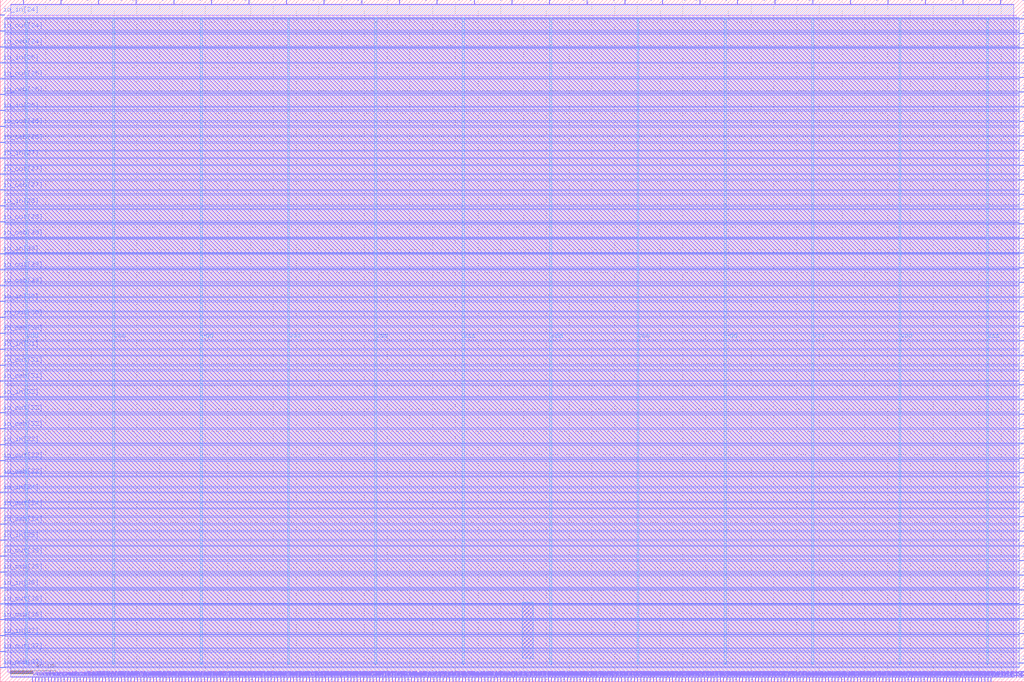
<source format=lef>
VERSION 5.7 ;
  NOWIREEXTENSIONATPIN ON ;
  DIVIDERCHAR "/" ;
  BUSBITCHARS "[]" ;
MACRO rift2Wrap
  CLASS BLOCK ;
  FOREIGN rift2Wrap ;
  ORIGIN 0.000 0.000 ;
  SIZE 900.000 BY 600.000 ;
  PIN io_in[0]
    DIRECTION INPUT ;
    USE SIGNAL ;
    PORT
      LAYER Metal3 ;
        RECT 896.000 16.240 900.000 16.800 ;
    END
  END io_in[0]
  PIN io_in[10]
    DIRECTION INPUT ;
    USE SIGNAL ;
    PORT
      LAYER Metal3 ;
        RECT 896.000 402.640 900.000 403.200 ;
    END
  END io_in[10]
  PIN io_in[11]
    DIRECTION INPUT ;
    USE SIGNAL ;
    PORT
      LAYER Metal3 ;
        RECT 896.000 441.280 900.000 441.840 ;
    END
  END io_in[11]
  PIN io_in[12]
    DIRECTION INPUT ;
    USE SIGNAL ;
    PORT
      LAYER Metal3 ;
        RECT 896.000 479.920 900.000 480.480 ;
    END
  END io_in[12]
  PIN io_in[13]
    DIRECTION INPUT ;
    USE SIGNAL ;
    PORT
      LAYER Metal3 ;
        RECT 896.000 518.560 900.000 519.120 ;
    END
  END io_in[13]
  PIN io_in[14]
    DIRECTION INPUT ;
    USE SIGNAL ;
    PORT
      LAYER Metal3 ;
        RECT 896.000 557.200 900.000 557.760 ;
    END
  END io_in[14]
  PIN io_in[15]
    DIRECTION INPUT ;
    USE SIGNAL ;
    PORT
      LAYER Metal2 ;
        RECT 879.200 596.000 879.760 600.000 ;
    END
  END io_in[15]
  PIN io_in[16]
    DIRECTION INPUT ;
    USE SIGNAL ;
    PORT
      LAYER Metal2 ;
        RECT 780.080 596.000 780.640 600.000 ;
    END
  END io_in[16]
  PIN io_in[17]
    DIRECTION INPUT ;
    USE SIGNAL ;
    PORT
      LAYER Metal2 ;
        RECT 680.960 596.000 681.520 600.000 ;
    END
  END io_in[17]
  PIN io_in[18]
    DIRECTION INPUT ;
    USE SIGNAL ;
    PORT
      LAYER Metal2 ;
        RECT 581.840 596.000 582.400 600.000 ;
    END
  END io_in[18]
  PIN io_in[19]
    DIRECTION INPUT ;
    USE SIGNAL ;
    PORT
      LAYER Metal2 ;
        RECT 482.720 596.000 483.280 600.000 ;
    END
  END io_in[19]
  PIN io_in[1]
    DIRECTION INPUT ;
    USE SIGNAL ;
    PORT
      LAYER Metal3 ;
        RECT 896.000 54.880 900.000 55.440 ;
    END
  END io_in[1]
  PIN io_in[20]
    DIRECTION INPUT ;
    USE SIGNAL ;
    PORT
      LAYER Metal2 ;
        RECT 383.600 596.000 384.160 600.000 ;
    END
  END io_in[20]
  PIN io_in[21]
    DIRECTION INPUT ;
    USE SIGNAL ;
    PORT
      LAYER Metal2 ;
        RECT 284.480 596.000 285.040 600.000 ;
    END
  END io_in[21]
  PIN io_in[22]
    DIRECTION INPUT ;
    USE SIGNAL ;
    PORT
      LAYER Metal2 ;
        RECT 185.360 596.000 185.920 600.000 ;
    END
  END io_in[22]
  PIN io_in[23]
    DIRECTION INPUT ;
    USE SIGNAL ;
    PORT
      LAYER Metal2 ;
        RECT 86.240 596.000 86.800 600.000 ;
    END
  END io_in[23]
  PIN io_in[24]
    DIRECTION INPUT ;
    USE SIGNAL ;
    PORT
      LAYER Metal3 ;
        RECT 0.000 586.320 4.000 586.880 ;
    END
  END io_in[24]
  PIN io_in[25]
    DIRECTION INPUT ;
    USE SIGNAL ;
    PORT
      LAYER Metal3 ;
        RECT 0.000 544.320 4.000 544.880 ;
    END
  END io_in[25]
  PIN io_in[26]
    DIRECTION INPUT ;
    USE SIGNAL ;
    PORT
      LAYER Metal3 ;
        RECT 0.000 502.320 4.000 502.880 ;
    END
  END io_in[26]
  PIN io_in[27]
    DIRECTION INPUT ;
    USE SIGNAL ;
    PORT
      LAYER Metal3 ;
        RECT 0.000 460.320 4.000 460.880 ;
    END
  END io_in[27]
  PIN io_in[28]
    DIRECTION INPUT ;
    USE SIGNAL ;
    PORT
      LAYER Metal3 ;
        RECT 0.000 418.320 4.000 418.880 ;
    END
  END io_in[28]
  PIN io_in[29]
    DIRECTION INPUT ;
    USE SIGNAL ;
    PORT
      LAYER Metal3 ;
        RECT 0.000 376.320 4.000 376.880 ;
    END
  END io_in[29]
  PIN io_in[2]
    DIRECTION INPUT ;
    USE SIGNAL ;
    PORT
      LAYER Metal3 ;
        RECT 896.000 93.520 900.000 94.080 ;
    END
  END io_in[2]
  PIN io_in[30]
    DIRECTION INPUT ;
    USE SIGNAL ;
    PORT
      LAYER Metal3 ;
        RECT 0.000 334.320 4.000 334.880 ;
    END
  END io_in[30]
  PIN io_in[31]
    DIRECTION INPUT ;
    USE SIGNAL ;
    PORT
      LAYER Metal3 ;
        RECT 0.000 292.320 4.000 292.880 ;
    END
  END io_in[31]
  PIN io_in[32]
    DIRECTION INPUT ;
    USE SIGNAL ;
    PORT
      LAYER Metal3 ;
        RECT 0.000 250.320 4.000 250.880 ;
    END
  END io_in[32]
  PIN io_in[33]
    DIRECTION INPUT ;
    USE SIGNAL ;
    PORT
      LAYER Metal3 ;
        RECT 0.000 208.320 4.000 208.880 ;
    END
  END io_in[33]
  PIN io_in[34]
    DIRECTION INPUT ;
    USE SIGNAL ;
    PORT
      LAYER Metal3 ;
        RECT 0.000 166.320 4.000 166.880 ;
    END
  END io_in[34]
  PIN io_in[35]
    DIRECTION INPUT ;
    USE SIGNAL ;
    PORT
      LAYER Metal3 ;
        RECT 0.000 124.320 4.000 124.880 ;
    END
  END io_in[35]
  PIN io_in[36]
    DIRECTION INPUT ;
    USE SIGNAL ;
    PORT
      LAYER Metal3 ;
        RECT 0.000 82.320 4.000 82.880 ;
    END
  END io_in[36]
  PIN io_in[37]
    DIRECTION INPUT ;
    USE SIGNAL ;
    PORT
      LAYER Metal3 ;
        RECT 0.000 40.320 4.000 40.880 ;
    END
  END io_in[37]
  PIN io_in[3]
    DIRECTION INPUT ;
    USE SIGNAL ;
    PORT
      LAYER Metal3 ;
        RECT 896.000 132.160 900.000 132.720 ;
    END
  END io_in[3]
  PIN io_in[4]
    DIRECTION INPUT ;
    USE SIGNAL ;
    PORT
      LAYER Metal3 ;
        RECT 896.000 170.800 900.000 171.360 ;
    END
  END io_in[4]
  PIN io_in[5]
    DIRECTION INPUT ;
    USE SIGNAL ;
    PORT
      LAYER Metal3 ;
        RECT 896.000 209.440 900.000 210.000 ;
    END
  END io_in[5]
  PIN io_in[6]
    DIRECTION INPUT ;
    USE SIGNAL ;
    PORT
      LAYER Metal3 ;
        RECT 896.000 248.080 900.000 248.640 ;
    END
  END io_in[6]
  PIN io_in[7]
    DIRECTION INPUT ;
    USE SIGNAL ;
    PORT
      LAYER Metal3 ;
        RECT 896.000 286.720 900.000 287.280 ;
    END
  END io_in[7]
  PIN io_in[8]
    DIRECTION INPUT ;
    USE SIGNAL ;
    PORT
      LAYER Metal3 ;
        RECT 896.000 325.360 900.000 325.920 ;
    END
  END io_in[8]
  PIN io_in[9]
    DIRECTION INPUT ;
    USE SIGNAL ;
    PORT
      LAYER Metal3 ;
        RECT 896.000 364.000 900.000 364.560 ;
    END
  END io_in[9]
  PIN io_oeb[0]
    DIRECTION OUTPUT TRISTATE ;
    USE SIGNAL ;
    PORT
      LAYER Metal3 ;
        RECT 896.000 42.000 900.000 42.560 ;
    END
  END io_oeb[0]
  PIN io_oeb[10]
    DIRECTION OUTPUT TRISTATE ;
    USE SIGNAL ;
    PORT
      LAYER Metal3 ;
        RECT 896.000 428.400 900.000 428.960 ;
    END
  END io_oeb[10]
  PIN io_oeb[11]
    DIRECTION OUTPUT TRISTATE ;
    USE SIGNAL ;
    PORT
      LAYER Metal3 ;
        RECT 896.000 467.040 900.000 467.600 ;
    END
  END io_oeb[11]
  PIN io_oeb[12]
    DIRECTION OUTPUT TRISTATE ;
    USE SIGNAL ;
    PORT
      LAYER Metal3 ;
        RECT 896.000 505.680 900.000 506.240 ;
    END
  END io_oeb[12]
  PIN io_oeb[13]
    DIRECTION OUTPUT TRISTATE ;
    USE SIGNAL ;
    PORT
      LAYER Metal3 ;
        RECT 896.000 544.320 900.000 544.880 ;
    END
  END io_oeb[13]
  PIN io_oeb[14]
    DIRECTION OUTPUT TRISTATE ;
    USE SIGNAL ;
    PORT
      LAYER Metal3 ;
        RECT 896.000 582.960 900.000 583.520 ;
    END
  END io_oeb[14]
  PIN io_oeb[15]
    DIRECTION OUTPUT TRISTATE ;
    USE SIGNAL ;
    PORT
      LAYER Metal2 ;
        RECT 813.120 596.000 813.680 600.000 ;
    END
  END io_oeb[15]
  PIN io_oeb[16]
    DIRECTION OUTPUT TRISTATE ;
    USE SIGNAL ;
    PORT
      LAYER Metal2 ;
        RECT 714.000 596.000 714.560 600.000 ;
    END
  END io_oeb[16]
  PIN io_oeb[17]
    DIRECTION OUTPUT TRISTATE ;
    USE SIGNAL ;
    PORT
      LAYER Metal2 ;
        RECT 614.880 596.000 615.440 600.000 ;
    END
  END io_oeb[17]
  PIN io_oeb[18]
    DIRECTION OUTPUT TRISTATE ;
    USE SIGNAL ;
    PORT
      LAYER Metal2 ;
        RECT 515.760 596.000 516.320 600.000 ;
    END
  END io_oeb[18]
  PIN io_oeb[19]
    DIRECTION OUTPUT TRISTATE ;
    USE SIGNAL ;
    PORT
      LAYER Metal2 ;
        RECT 416.640 596.000 417.200 600.000 ;
    END
  END io_oeb[19]
  PIN io_oeb[1]
    DIRECTION OUTPUT TRISTATE ;
    USE SIGNAL ;
    PORT
      LAYER Metal3 ;
        RECT 896.000 80.640 900.000 81.200 ;
    END
  END io_oeb[1]
  PIN io_oeb[20]
    DIRECTION OUTPUT TRISTATE ;
    USE SIGNAL ;
    PORT
      LAYER Metal2 ;
        RECT 317.520 596.000 318.080 600.000 ;
    END
  END io_oeb[20]
  PIN io_oeb[21]
    DIRECTION OUTPUT TRISTATE ;
    USE SIGNAL ;
    PORT
      LAYER Metal2 ;
        RECT 218.400 596.000 218.960 600.000 ;
    END
  END io_oeb[21]
  PIN io_oeb[22]
    DIRECTION OUTPUT TRISTATE ;
    USE SIGNAL ;
    PORT
      LAYER Metal2 ;
        RECT 119.280 596.000 119.840 600.000 ;
    END
  END io_oeb[22]
  PIN io_oeb[23]
    DIRECTION OUTPUT TRISTATE ;
    USE SIGNAL ;
    PORT
      LAYER Metal2 ;
        RECT 20.160 596.000 20.720 600.000 ;
    END
  END io_oeb[23]
  PIN io_oeb[24]
    DIRECTION OUTPUT TRISTATE ;
    USE SIGNAL ;
    PORT
      LAYER Metal3 ;
        RECT 0.000 558.320 4.000 558.880 ;
    END
  END io_oeb[24]
  PIN io_oeb[25]
    DIRECTION OUTPUT TRISTATE ;
    USE SIGNAL ;
    PORT
      LAYER Metal3 ;
        RECT 0.000 516.320 4.000 516.880 ;
    END
  END io_oeb[25]
  PIN io_oeb[26]
    DIRECTION OUTPUT TRISTATE ;
    USE SIGNAL ;
    PORT
      LAYER Metal3 ;
        RECT 0.000 474.320 4.000 474.880 ;
    END
  END io_oeb[26]
  PIN io_oeb[27]
    DIRECTION OUTPUT TRISTATE ;
    USE SIGNAL ;
    PORT
      LAYER Metal3 ;
        RECT 0.000 432.320 4.000 432.880 ;
    END
  END io_oeb[27]
  PIN io_oeb[28]
    DIRECTION OUTPUT TRISTATE ;
    USE SIGNAL ;
    PORT
      LAYER Metal3 ;
        RECT 0.000 390.320 4.000 390.880 ;
    END
  END io_oeb[28]
  PIN io_oeb[29]
    DIRECTION OUTPUT TRISTATE ;
    USE SIGNAL ;
    PORT
      LAYER Metal3 ;
        RECT 0.000 348.320 4.000 348.880 ;
    END
  END io_oeb[29]
  PIN io_oeb[2]
    DIRECTION OUTPUT TRISTATE ;
    USE SIGNAL ;
    PORT
      LAYER Metal3 ;
        RECT 896.000 119.280 900.000 119.840 ;
    END
  END io_oeb[2]
  PIN io_oeb[30]
    DIRECTION OUTPUT TRISTATE ;
    USE SIGNAL ;
    PORT
      LAYER Metal3 ;
        RECT 0.000 306.320 4.000 306.880 ;
    END
  END io_oeb[30]
  PIN io_oeb[31]
    DIRECTION OUTPUT TRISTATE ;
    USE SIGNAL ;
    PORT
      LAYER Metal3 ;
        RECT 0.000 264.320 4.000 264.880 ;
    END
  END io_oeb[31]
  PIN io_oeb[32]
    DIRECTION OUTPUT TRISTATE ;
    USE SIGNAL ;
    PORT
      LAYER Metal3 ;
        RECT 0.000 222.320 4.000 222.880 ;
    END
  END io_oeb[32]
  PIN io_oeb[33]
    DIRECTION OUTPUT TRISTATE ;
    USE SIGNAL ;
    PORT
      LAYER Metal3 ;
        RECT 0.000 180.320 4.000 180.880 ;
    END
  END io_oeb[33]
  PIN io_oeb[34]
    DIRECTION OUTPUT TRISTATE ;
    USE SIGNAL ;
    PORT
      LAYER Metal3 ;
        RECT 0.000 138.320 4.000 138.880 ;
    END
  END io_oeb[34]
  PIN io_oeb[35]
    DIRECTION OUTPUT TRISTATE ;
    USE SIGNAL ;
    PORT
      LAYER Metal3 ;
        RECT 0.000 96.320 4.000 96.880 ;
    END
  END io_oeb[35]
  PIN io_oeb[36]
    DIRECTION OUTPUT TRISTATE ;
    USE SIGNAL ;
    PORT
      LAYER Metal3 ;
        RECT 0.000 54.320 4.000 54.880 ;
    END
  END io_oeb[36]
  PIN io_oeb[37]
    DIRECTION OUTPUT TRISTATE ;
    USE SIGNAL ;
    PORT
      LAYER Metal3 ;
        RECT 0.000 12.320 4.000 12.880 ;
    END
  END io_oeb[37]
  PIN io_oeb[3]
    DIRECTION OUTPUT TRISTATE ;
    USE SIGNAL ;
    PORT
      LAYER Metal3 ;
        RECT 896.000 157.920 900.000 158.480 ;
    END
  END io_oeb[3]
  PIN io_oeb[4]
    DIRECTION OUTPUT TRISTATE ;
    USE SIGNAL ;
    PORT
      LAYER Metal3 ;
        RECT 896.000 196.560 900.000 197.120 ;
    END
  END io_oeb[4]
  PIN io_oeb[5]
    DIRECTION OUTPUT TRISTATE ;
    USE SIGNAL ;
    PORT
      LAYER Metal3 ;
        RECT 896.000 235.200 900.000 235.760 ;
    END
  END io_oeb[5]
  PIN io_oeb[6]
    DIRECTION OUTPUT TRISTATE ;
    USE SIGNAL ;
    PORT
      LAYER Metal3 ;
        RECT 896.000 273.840 900.000 274.400 ;
    END
  END io_oeb[6]
  PIN io_oeb[7]
    DIRECTION OUTPUT TRISTATE ;
    USE SIGNAL ;
    PORT
      LAYER Metal3 ;
        RECT 896.000 312.480 900.000 313.040 ;
    END
  END io_oeb[7]
  PIN io_oeb[8]
    DIRECTION OUTPUT TRISTATE ;
    USE SIGNAL ;
    PORT
      LAYER Metal3 ;
        RECT 896.000 351.120 900.000 351.680 ;
    END
  END io_oeb[8]
  PIN io_oeb[9]
    DIRECTION OUTPUT TRISTATE ;
    USE SIGNAL ;
    PORT
      LAYER Metal3 ;
        RECT 896.000 389.760 900.000 390.320 ;
    END
  END io_oeb[9]
  PIN io_out[0]
    DIRECTION OUTPUT TRISTATE ;
    USE SIGNAL ;
    PORT
      LAYER Metal3 ;
        RECT 896.000 29.120 900.000 29.680 ;
    END
  END io_out[0]
  PIN io_out[10]
    DIRECTION OUTPUT TRISTATE ;
    USE SIGNAL ;
    PORT
      LAYER Metal3 ;
        RECT 896.000 415.520 900.000 416.080 ;
    END
  END io_out[10]
  PIN io_out[11]
    DIRECTION OUTPUT TRISTATE ;
    USE SIGNAL ;
    PORT
      LAYER Metal3 ;
        RECT 896.000 454.160 900.000 454.720 ;
    END
  END io_out[11]
  PIN io_out[12]
    DIRECTION OUTPUT TRISTATE ;
    USE SIGNAL ;
    PORT
      LAYER Metal3 ;
        RECT 896.000 492.800 900.000 493.360 ;
    END
  END io_out[12]
  PIN io_out[13]
    DIRECTION OUTPUT TRISTATE ;
    USE SIGNAL ;
    PORT
      LAYER Metal3 ;
        RECT 896.000 531.440 900.000 532.000 ;
    END
  END io_out[13]
  PIN io_out[14]
    DIRECTION OUTPUT TRISTATE ;
    USE SIGNAL ;
    PORT
      LAYER Metal3 ;
        RECT 896.000 570.080 900.000 570.640 ;
    END
  END io_out[14]
  PIN io_out[15]
    DIRECTION OUTPUT TRISTATE ;
    USE SIGNAL ;
    PORT
      LAYER Metal2 ;
        RECT 846.160 596.000 846.720 600.000 ;
    END
  END io_out[15]
  PIN io_out[16]
    DIRECTION OUTPUT TRISTATE ;
    USE SIGNAL ;
    PORT
      LAYER Metal2 ;
        RECT 747.040 596.000 747.600 600.000 ;
    END
  END io_out[16]
  PIN io_out[17]
    DIRECTION OUTPUT TRISTATE ;
    USE SIGNAL ;
    PORT
      LAYER Metal2 ;
        RECT 647.920 596.000 648.480 600.000 ;
    END
  END io_out[17]
  PIN io_out[18]
    DIRECTION OUTPUT TRISTATE ;
    USE SIGNAL ;
    PORT
      LAYER Metal2 ;
        RECT 548.800 596.000 549.360 600.000 ;
    END
  END io_out[18]
  PIN io_out[19]
    DIRECTION OUTPUT TRISTATE ;
    USE SIGNAL ;
    PORT
      LAYER Metal2 ;
        RECT 449.680 596.000 450.240 600.000 ;
    END
  END io_out[19]
  PIN io_out[1]
    DIRECTION OUTPUT TRISTATE ;
    USE SIGNAL ;
    PORT
      LAYER Metal3 ;
        RECT 896.000 67.760 900.000 68.320 ;
    END
  END io_out[1]
  PIN io_out[20]
    DIRECTION OUTPUT TRISTATE ;
    USE SIGNAL ;
    PORT
      LAYER Metal2 ;
        RECT 350.560 596.000 351.120 600.000 ;
    END
  END io_out[20]
  PIN io_out[21]
    DIRECTION OUTPUT TRISTATE ;
    USE SIGNAL ;
    PORT
      LAYER Metal2 ;
        RECT 251.440 596.000 252.000 600.000 ;
    END
  END io_out[21]
  PIN io_out[22]
    DIRECTION OUTPUT TRISTATE ;
    USE SIGNAL ;
    PORT
      LAYER Metal2 ;
        RECT 152.320 596.000 152.880 600.000 ;
    END
  END io_out[22]
  PIN io_out[23]
    DIRECTION OUTPUT TRISTATE ;
    USE SIGNAL ;
    PORT
      LAYER Metal2 ;
        RECT 53.200 596.000 53.760 600.000 ;
    END
  END io_out[23]
  PIN io_out[24]
    DIRECTION OUTPUT TRISTATE ;
    USE SIGNAL ;
    PORT
      LAYER Metal3 ;
        RECT 0.000 572.320 4.000 572.880 ;
    END
  END io_out[24]
  PIN io_out[25]
    DIRECTION OUTPUT TRISTATE ;
    USE SIGNAL ;
    PORT
      LAYER Metal3 ;
        RECT 0.000 530.320 4.000 530.880 ;
    END
  END io_out[25]
  PIN io_out[26]
    DIRECTION OUTPUT TRISTATE ;
    USE SIGNAL ;
    PORT
      LAYER Metal3 ;
        RECT 0.000 488.320 4.000 488.880 ;
    END
  END io_out[26]
  PIN io_out[27]
    DIRECTION OUTPUT TRISTATE ;
    USE SIGNAL ;
    PORT
      LAYER Metal3 ;
        RECT 0.000 446.320 4.000 446.880 ;
    END
  END io_out[27]
  PIN io_out[28]
    DIRECTION OUTPUT TRISTATE ;
    USE SIGNAL ;
    PORT
      LAYER Metal3 ;
        RECT 0.000 404.320 4.000 404.880 ;
    END
  END io_out[28]
  PIN io_out[29]
    DIRECTION OUTPUT TRISTATE ;
    USE SIGNAL ;
    PORT
      LAYER Metal3 ;
        RECT 0.000 362.320 4.000 362.880 ;
    END
  END io_out[29]
  PIN io_out[2]
    DIRECTION OUTPUT TRISTATE ;
    USE SIGNAL ;
    PORT
      LAYER Metal3 ;
        RECT 896.000 106.400 900.000 106.960 ;
    END
  END io_out[2]
  PIN io_out[30]
    DIRECTION OUTPUT TRISTATE ;
    USE SIGNAL ;
    PORT
      LAYER Metal3 ;
        RECT 0.000 320.320 4.000 320.880 ;
    END
  END io_out[30]
  PIN io_out[31]
    DIRECTION OUTPUT TRISTATE ;
    USE SIGNAL ;
    PORT
      LAYER Metal3 ;
        RECT 0.000 278.320 4.000 278.880 ;
    END
  END io_out[31]
  PIN io_out[32]
    DIRECTION OUTPUT TRISTATE ;
    USE SIGNAL ;
    PORT
      LAYER Metal3 ;
        RECT 0.000 236.320 4.000 236.880 ;
    END
  END io_out[32]
  PIN io_out[33]
    DIRECTION OUTPUT TRISTATE ;
    USE SIGNAL ;
    PORT
      LAYER Metal3 ;
        RECT 0.000 194.320 4.000 194.880 ;
    END
  END io_out[33]
  PIN io_out[34]
    DIRECTION OUTPUT TRISTATE ;
    USE SIGNAL ;
    PORT
      LAYER Metal3 ;
        RECT 0.000 152.320 4.000 152.880 ;
    END
  END io_out[34]
  PIN io_out[35]
    DIRECTION OUTPUT TRISTATE ;
    USE SIGNAL ;
    PORT
      LAYER Metal3 ;
        RECT 0.000 110.320 4.000 110.880 ;
    END
  END io_out[35]
  PIN io_out[36]
    DIRECTION OUTPUT TRISTATE ;
    USE SIGNAL ;
    PORT
      LAYER Metal3 ;
        RECT 0.000 68.320 4.000 68.880 ;
    END
  END io_out[36]
  PIN io_out[37]
    DIRECTION OUTPUT TRISTATE ;
    USE SIGNAL ;
    PORT
      LAYER Metal3 ;
        RECT 0.000 26.320 4.000 26.880 ;
    END
  END io_out[37]
  PIN io_out[3]
    DIRECTION OUTPUT TRISTATE ;
    USE SIGNAL ;
    PORT
      LAYER Metal3 ;
        RECT 896.000 145.040 900.000 145.600 ;
    END
  END io_out[3]
  PIN io_out[4]
    DIRECTION OUTPUT TRISTATE ;
    USE SIGNAL ;
    PORT
      LAYER Metal3 ;
        RECT 896.000 183.680 900.000 184.240 ;
    END
  END io_out[4]
  PIN io_out[5]
    DIRECTION OUTPUT TRISTATE ;
    USE SIGNAL ;
    PORT
      LAYER Metal3 ;
        RECT 896.000 222.320 900.000 222.880 ;
    END
  END io_out[5]
  PIN io_out[6]
    DIRECTION OUTPUT TRISTATE ;
    USE SIGNAL ;
    PORT
      LAYER Metal3 ;
        RECT 896.000 260.960 900.000 261.520 ;
    END
  END io_out[6]
  PIN io_out[7]
    DIRECTION OUTPUT TRISTATE ;
    USE SIGNAL ;
    PORT
      LAYER Metal3 ;
        RECT 896.000 299.600 900.000 300.160 ;
    END
  END io_out[7]
  PIN io_out[8]
    DIRECTION OUTPUT TRISTATE ;
    USE SIGNAL ;
    PORT
      LAYER Metal3 ;
        RECT 896.000 338.240 900.000 338.800 ;
    END
  END io_out[8]
  PIN io_out[9]
    DIRECTION OUTPUT TRISTATE ;
    USE SIGNAL ;
    PORT
      LAYER Metal3 ;
        RECT 896.000 376.880 900.000 377.440 ;
    END
  END io_out[9]
  PIN la_data_in[0]
    DIRECTION INPUT ;
    USE SIGNAL ;
    PORT
      LAYER Metal2 ;
        RECT 324.800 0.000 325.360 4.000 ;
    END
  END la_data_in[0]
  PIN la_data_in[10]
    DIRECTION INPUT ;
    USE SIGNAL ;
    PORT
      LAYER Metal2 ;
        RECT 408.800 0.000 409.360 4.000 ;
    END
  END la_data_in[10]
  PIN la_data_in[11]
    DIRECTION INPUT ;
    USE SIGNAL ;
    PORT
      LAYER Metal2 ;
        RECT 417.200 0.000 417.760 4.000 ;
    END
  END la_data_in[11]
  PIN la_data_in[12]
    DIRECTION INPUT ;
    USE SIGNAL ;
    PORT
      LAYER Metal2 ;
        RECT 425.600 0.000 426.160 4.000 ;
    END
  END la_data_in[12]
  PIN la_data_in[13]
    DIRECTION INPUT ;
    USE SIGNAL ;
    PORT
      LAYER Metal2 ;
        RECT 434.000 0.000 434.560 4.000 ;
    END
  END la_data_in[13]
  PIN la_data_in[14]
    DIRECTION INPUT ;
    USE SIGNAL ;
    PORT
      LAYER Metal2 ;
        RECT 442.400 0.000 442.960 4.000 ;
    END
  END la_data_in[14]
  PIN la_data_in[15]
    DIRECTION INPUT ;
    USE SIGNAL ;
    PORT
      LAYER Metal2 ;
        RECT 450.800 0.000 451.360 4.000 ;
    END
  END la_data_in[15]
  PIN la_data_in[16]
    DIRECTION INPUT ;
    USE SIGNAL ;
    PORT
      LAYER Metal2 ;
        RECT 459.200 0.000 459.760 4.000 ;
    END
  END la_data_in[16]
  PIN la_data_in[17]
    DIRECTION INPUT ;
    USE SIGNAL ;
    PORT
      LAYER Metal2 ;
        RECT 467.600 0.000 468.160 4.000 ;
    END
  END la_data_in[17]
  PIN la_data_in[18]
    DIRECTION INPUT ;
    USE SIGNAL ;
    PORT
      LAYER Metal2 ;
        RECT 476.000 0.000 476.560 4.000 ;
    END
  END la_data_in[18]
  PIN la_data_in[19]
    DIRECTION INPUT ;
    USE SIGNAL ;
    PORT
      LAYER Metal2 ;
        RECT 484.400 0.000 484.960 4.000 ;
    END
  END la_data_in[19]
  PIN la_data_in[1]
    DIRECTION INPUT ;
    USE SIGNAL ;
    PORT
      LAYER Metal2 ;
        RECT 333.200 0.000 333.760 4.000 ;
    END
  END la_data_in[1]
  PIN la_data_in[20]
    DIRECTION INPUT ;
    USE SIGNAL ;
    PORT
      LAYER Metal2 ;
        RECT 492.800 0.000 493.360 4.000 ;
    END
  END la_data_in[20]
  PIN la_data_in[21]
    DIRECTION INPUT ;
    USE SIGNAL ;
    PORT
      LAYER Metal2 ;
        RECT 501.200 0.000 501.760 4.000 ;
    END
  END la_data_in[21]
  PIN la_data_in[22]
    DIRECTION INPUT ;
    USE SIGNAL ;
    PORT
      LAYER Metal2 ;
        RECT 509.600 0.000 510.160 4.000 ;
    END
  END la_data_in[22]
  PIN la_data_in[23]
    DIRECTION INPUT ;
    USE SIGNAL ;
    PORT
      LAYER Metal2 ;
        RECT 518.000 0.000 518.560 4.000 ;
    END
  END la_data_in[23]
  PIN la_data_in[24]
    DIRECTION INPUT ;
    USE SIGNAL ;
    PORT
      LAYER Metal2 ;
        RECT 526.400 0.000 526.960 4.000 ;
    END
  END la_data_in[24]
  PIN la_data_in[25]
    DIRECTION INPUT ;
    USE SIGNAL ;
    PORT
      LAYER Metal2 ;
        RECT 534.800 0.000 535.360 4.000 ;
    END
  END la_data_in[25]
  PIN la_data_in[26]
    DIRECTION INPUT ;
    USE SIGNAL ;
    PORT
      LAYER Metal2 ;
        RECT 543.200 0.000 543.760 4.000 ;
    END
  END la_data_in[26]
  PIN la_data_in[27]
    DIRECTION INPUT ;
    USE SIGNAL ;
    PORT
      LAYER Metal2 ;
        RECT 551.600 0.000 552.160 4.000 ;
    END
  END la_data_in[27]
  PIN la_data_in[28]
    DIRECTION INPUT ;
    USE SIGNAL ;
    PORT
      LAYER Metal2 ;
        RECT 560.000 0.000 560.560 4.000 ;
    END
  END la_data_in[28]
  PIN la_data_in[29]
    DIRECTION INPUT ;
    USE SIGNAL ;
    PORT
      LAYER Metal2 ;
        RECT 568.400 0.000 568.960 4.000 ;
    END
  END la_data_in[29]
  PIN la_data_in[2]
    DIRECTION INPUT ;
    USE SIGNAL ;
    PORT
      LAYER Metal2 ;
        RECT 341.600 0.000 342.160 4.000 ;
    END
  END la_data_in[2]
  PIN la_data_in[30]
    DIRECTION INPUT ;
    USE SIGNAL ;
    PORT
      LAYER Metal2 ;
        RECT 576.800 0.000 577.360 4.000 ;
    END
  END la_data_in[30]
  PIN la_data_in[31]
    DIRECTION INPUT ;
    USE SIGNAL ;
    PORT
      LAYER Metal2 ;
        RECT 585.200 0.000 585.760 4.000 ;
    END
  END la_data_in[31]
  PIN la_data_in[32]
    DIRECTION INPUT ;
    USE SIGNAL ;
    PORT
      LAYER Metal2 ;
        RECT 593.600 0.000 594.160 4.000 ;
    END
  END la_data_in[32]
  PIN la_data_in[33]
    DIRECTION INPUT ;
    USE SIGNAL ;
    PORT
      LAYER Metal2 ;
        RECT 602.000 0.000 602.560 4.000 ;
    END
  END la_data_in[33]
  PIN la_data_in[34]
    DIRECTION INPUT ;
    USE SIGNAL ;
    PORT
      LAYER Metal2 ;
        RECT 610.400 0.000 610.960 4.000 ;
    END
  END la_data_in[34]
  PIN la_data_in[35]
    DIRECTION INPUT ;
    USE SIGNAL ;
    PORT
      LAYER Metal2 ;
        RECT 618.800 0.000 619.360 4.000 ;
    END
  END la_data_in[35]
  PIN la_data_in[36]
    DIRECTION INPUT ;
    USE SIGNAL ;
    PORT
      LAYER Metal2 ;
        RECT 627.200 0.000 627.760 4.000 ;
    END
  END la_data_in[36]
  PIN la_data_in[37]
    DIRECTION INPUT ;
    USE SIGNAL ;
    PORT
      LAYER Metal2 ;
        RECT 635.600 0.000 636.160 4.000 ;
    END
  END la_data_in[37]
  PIN la_data_in[38]
    DIRECTION INPUT ;
    USE SIGNAL ;
    PORT
      LAYER Metal2 ;
        RECT 644.000 0.000 644.560 4.000 ;
    END
  END la_data_in[38]
  PIN la_data_in[39]
    DIRECTION INPUT ;
    USE SIGNAL ;
    PORT
      LAYER Metal2 ;
        RECT 652.400 0.000 652.960 4.000 ;
    END
  END la_data_in[39]
  PIN la_data_in[3]
    DIRECTION INPUT ;
    USE SIGNAL ;
    PORT
      LAYER Metal2 ;
        RECT 350.000 0.000 350.560 4.000 ;
    END
  END la_data_in[3]
  PIN la_data_in[40]
    DIRECTION INPUT ;
    USE SIGNAL ;
    PORT
      LAYER Metal2 ;
        RECT 660.800 0.000 661.360 4.000 ;
    END
  END la_data_in[40]
  PIN la_data_in[41]
    DIRECTION INPUT ;
    USE SIGNAL ;
    PORT
      LAYER Metal2 ;
        RECT 669.200 0.000 669.760 4.000 ;
    END
  END la_data_in[41]
  PIN la_data_in[42]
    DIRECTION INPUT ;
    USE SIGNAL ;
    PORT
      LAYER Metal2 ;
        RECT 677.600 0.000 678.160 4.000 ;
    END
  END la_data_in[42]
  PIN la_data_in[43]
    DIRECTION INPUT ;
    USE SIGNAL ;
    PORT
      LAYER Metal2 ;
        RECT 686.000 0.000 686.560 4.000 ;
    END
  END la_data_in[43]
  PIN la_data_in[44]
    DIRECTION INPUT ;
    USE SIGNAL ;
    PORT
      LAYER Metal2 ;
        RECT 694.400 0.000 694.960 4.000 ;
    END
  END la_data_in[44]
  PIN la_data_in[45]
    DIRECTION INPUT ;
    USE SIGNAL ;
    PORT
      LAYER Metal2 ;
        RECT 702.800 0.000 703.360 4.000 ;
    END
  END la_data_in[45]
  PIN la_data_in[46]
    DIRECTION INPUT ;
    USE SIGNAL ;
    PORT
      LAYER Metal2 ;
        RECT 711.200 0.000 711.760 4.000 ;
    END
  END la_data_in[46]
  PIN la_data_in[47]
    DIRECTION INPUT ;
    USE SIGNAL ;
    PORT
      LAYER Metal2 ;
        RECT 719.600 0.000 720.160 4.000 ;
    END
  END la_data_in[47]
  PIN la_data_in[48]
    DIRECTION INPUT ;
    USE SIGNAL ;
    PORT
      LAYER Metal2 ;
        RECT 728.000 0.000 728.560 4.000 ;
    END
  END la_data_in[48]
  PIN la_data_in[49]
    DIRECTION INPUT ;
    USE SIGNAL ;
    PORT
      LAYER Metal2 ;
        RECT 736.400 0.000 736.960 4.000 ;
    END
  END la_data_in[49]
  PIN la_data_in[4]
    DIRECTION INPUT ;
    USE SIGNAL ;
    PORT
      LAYER Metal2 ;
        RECT 358.400 0.000 358.960 4.000 ;
    END
  END la_data_in[4]
  PIN la_data_in[50]
    DIRECTION INPUT ;
    USE SIGNAL ;
    PORT
      LAYER Metal2 ;
        RECT 744.800 0.000 745.360 4.000 ;
    END
  END la_data_in[50]
  PIN la_data_in[51]
    DIRECTION INPUT ;
    USE SIGNAL ;
    PORT
      LAYER Metal2 ;
        RECT 753.200 0.000 753.760 4.000 ;
    END
  END la_data_in[51]
  PIN la_data_in[52]
    DIRECTION INPUT ;
    USE SIGNAL ;
    PORT
      LAYER Metal2 ;
        RECT 761.600 0.000 762.160 4.000 ;
    END
  END la_data_in[52]
  PIN la_data_in[53]
    DIRECTION INPUT ;
    USE SIGNAL ;
    PORT
      LAYER Metal2 ;
        RECT 770.000 0.000 770.560 4.000 ;
    END
  END la_data_in[53]
  PIN la_data_in[54]
    DIRECTION INPUT ;
    USE SIGNAL ;
    PORT
      LAYER Metal2 ;
        RECT 778.400 0.000 778.960 4.000 ;
    END
  END la_data_in[54]
  PIN la_data_in[55]
    DIRECTION INPUT ;
    USE SIGNAL ;
    PORT
      LAYER Metal2 ;
        RECT 786.800 0.000 787.360 4.000 ;
    END
  END la_data_in[55]
  PIN la_data_in[56]
    DIRECTION INPUT ;
    USE SIGNAL ;
    PORT
      LAYER Metal2 ;
        RECT 795.200 0.000 795.760 4.000 ;
    END
  END la_data_in[56]
  PIN la_data_in[57]
    DIRECTION INPUT ;
    USE SIGNAL ;
    PORT
      LAYER Metal2 ;
        RECT 803.600 0.000 804.160 4.000 ;
    END
  END la_data_in[57]
  PIN la_data_in[58]
    DIRECTION INPUT ;
    USE SIGNAL ;
    PORT
      LAYER Metal2 ;
        RECT 812.000 0.000 812.560 4.000 ;
    END
  END la_data_in[58]
  PIN la_data_in[59]
    DIRECTION INPUT ;
    USE SIGNAL ;
    PORT
      LAYER Metal2 ;
        RECT 820.400 0.000 820.960 4.000 ;
    END
  END la_data_in[59]
  PIN la_data_in[5]
    DIRECTION INPUT ;
    USE SIGNAL ;
    PORT
      LAYER Metal2 ;
        RECT 366.800 0.000 367.360 4.000 ;
    END
  END la_data_in[5]
  PIN la_data_in[60]
    DIRECTION INPUT ;
    USE SIGNAL ;
    PORT
      LAYER Metal2 ;
        RECT 828.800 0.000 829.360 4.000 ;
    END
  END la_data_in[60]
  PIN la_data_in[61]
    DIRECTION INPUT ;
    USE SIGNAL ;
    PORT
      LAYER Metal2 ;
        RECT 837.200 0.000 837.760 4.000 ;
    END
  END la_data_in[61]
  PIN la_data_in[62]
    DIRECTION INPUT ;
    USE SIGNAL ;
    PORT
      LAYER Metal2 ;
        RECT 845.600 0.000 846.160 4.000 ;
    END
  END la_data_in[62]
  PIN la_data_in[63]
    DIRECTION INPUT ;
    USE SIGNAL ;
    PORT
      LAYER Metal2 ;
        RECT 854.000 0.000 854.560 4.000 ;
    END
  END la_data_in[63]
  PIN la_data_in[6]
    DIRECTION INPUT ;
    USE SIGNAL ;
    PORT
      LAYER Metal2 ;
        RECT 375.200 0.000 375.760 4.000 ;
    END
  END la_data_in[6]
  PIN la_data_in[7]
    DIRECTION INPUT ;
    USE SIGNAL ;
    PORT
      LAYER Metal2 ;
        RECT 383.600 0.000 384.160 4.000 ;
    END
  END la_data_in[7]
  PIN la_data_in[8]
    DIRECTION INPUT ;
    USE SIGNAL ;
    PORT
      LAYER Metal2 ;
        RECT 392.000 0.000 392.560 4.000 ;
    END
  END la_data_in[8]
  PIN la_data_in[9]
    DIRECTION INPUT ;
    USE SIGNAL ;
    PORT
      LAYER Metal2 ;
        RECT 400.400 0.000 400.960 4.000 ;
    END
  END la_data_in[9]
  PIN la_data_out[0]
    DIRECTION OUTPUT TRISTATE ;
    USE SIGNAL ;
    PORT
      LAYER Metal2 ;
        RECT 327.600 0.000 328.160 4.000 ;
    END
  END la_data_out[0]
  PIN la_data_out[10]
    DIRECTION OUTPUT TRISTATE ;
    USE SIGNAL ;
    PORT
      LAYER Metal2 ;
        RECT 411.600 0.000 412.160 4.000 ;
    END
  END la_data_out[10]
  PIN la_data_out[11]
    DIRECTION OUTPUT TRISTATE ;
    USE SIGNAL ;
    PORT
      LAYER Metal2 ;
        RECT 420.000 0.000 420.560 4.000 ;
    END
  END la_data_out[11]
  PIN la_data_out[12]
    DIRECTION OUTPUT TRISTATE ;
    USE SIGNAL ;
    PORT
      LAYER Metal2 ;
        RECT 428.400 0.000 428.960 4.000 ;
    END
  END la_data_out[12]
  PIN la_data_out[13]
    DIRECTION OUTPUT TRISTATE ;
    USE SIGNAL ;
    PORT
      LAYER Metal2 ;
        RECT 436.800 0.000 437.360 4.000 ;
    END
  END la_data_out[13]
  PIN la_data_out[14]
    DIRECTION OUTPUT TRISTATE ;
    USE SIGNAL ;
    PORT
      LAYER Metal2 ;
        RECT 445.200 0.000 445.760 4.000 ;
    END
  END la_data_out[14]
  PIN la_data_out[15]
    DIRECTION OUTPUT TRISTATE ;
    USE SIGNAL ;
    PORT
      LAYER Metal2 ;
        RECT 453.600 0.000 454.160 4.000 ;
    END
  END la_data_out[15]
  PIN la_data_out[16]
    DIRECTION OUTPUT TRISTATE ;
    USE SIGNAL ;
    PORT
      LAYER Metal2 ;
        RECT 462.000 0.000 462.560 4.000 ;
    END
  END la_data_out[16]
  PIN la_data_out[17]
    DIRECTION OUTPUT TRISTATE ;
    USE SIGNAL ;
    PORT
      LAYER Metal2 ;
        RECT 470.400 0.000 470.960 4.000 ;
    END
  END la_data_out[17]
  PIN la_data_out[18]
    DIRECTION OUTPUT TRISTATE ;
    USE SIGNAL ;
    PORT
      LAYER Metal2 ;
        RECT 478.800 0.000 479.360 4.000 ;
    END
  END la_data_out[18]
  PIN la_data_out[19]
    DIRECTION OUTPUT TRISTATE ;
    USE SIGNAL ;
    PORT
      LAYER Metal2 ;
        RECT 487.200 0.000 487.760 4.000 ;
    END
  END la_data_out[19]
  PIN la_data_out[1]
    DIRECTION OUTPUT TRISTATE ;
    USE SIGNAL ;
    PORT
      LAYER Metal2 ;
        RECT 336.000 0.000 336.560 4.000 ;
    END
  END la_data_out[1]
  PIN la_data_out[20]
    DIRECTION OUTPUT TRISTATE ;
    USE SIGNAL ;
    PORT
      LAYER Metal2 ;
        RECT 495.600 0.000 496.160 4.000 ;
    END
  END la_data_out[20]
  PIN la_data_out[21]
    DIRECTION OUTPUT TRISTATE ;
    USE SIGNAL ;
    PORT
      LAYER Metal2 ;
        RECT 504.000 0.000 504.560 4.000 ;
    END
  END la_data_out[21]
  PIN la_data_out[22]
    DIRECTION OUTPUT TRISTATE ;
    USE SIGNAL ;
    PORT
      LAYER Metal2 ;
        RECT 512.400 0.000 512.960 4.000 ;
    END
  END la_data_out[22]
  PIN la_data_out[23]
    DIRECTION OUTPUT TRISTATE ;
    USE SIGNAL ;
    PORT
      LAYER Metal2 ;
        RECT 520.800 0.000 521.360 4.000 ;
    END
  END la_data_out[23]
  PIN la_data_out[24]
    DIRECTION OUTPUT TRISTATE ;
    USE SIGNAL ;
    PORT
      LAYER Metal2 ;
        RECT 529.200 0.000 529.760 4.000 ;
    END
  END la_data_out[24]
  PIN la_data_out[25]
    DIRECTION OUTPUT TRISTATE ;
    USE SIGNAL ;
    PORT
      LAYER Metal2 ;
        RECT 537.600 0.000 538.160 4.000 ;
    END
  END la_data_out[25]
  PIN la_data_out[26]
    DIRECTION OUTPUT TRISTATE ;
    USE SIGNAL ;
    PORT
      LAYER Metal2 ;
        RECT 546.000 0.000 546.560 4.000 ;
    END
  END la_data_out[26]
  PIN la_data_out[27]
    DIRECTION OUTPUT TRISTATE ;
    USE SIGNAL ;
    PORT
      LAYER Metal2 ;
        RECT 554.400 0.000 554.960 4.000 ;
    END
  END la_data_out[27]
  PIN la_data_out[28]
    DIRECTION OUTPUT TRISTATE ;
    USE SIGNAL ;
    PORT
      LAYER Metal2 ;
        RECT 562.800 0.000 563.360 4.000 ;
    END
  END la_data_out[28]
  PIN la_data_out[29]
    DIRECTION OUTPUT TRISTATE ;
    USE SIGNAL ;
    PORT
      LAYER Metal2 ;
        RECT 571.200 0.000 571.760 4.000 ;
    END
  END la_data_out[29]
  PIN la_data_out[2]
    DIRECTION OUTPUT TRISTATE ;
    USE SIGNAL ;
    PORT
      LAYER Metal2 ;
        RECT 344.400 0.000 344.960 4.000 ;
    END
  END la_data_out[2]
  PIN la_data_out[30]
    DIRECTION OUTPUT TRISTATE ;
    USE SIGNAL ;
    PORT
      LAYER Metal2 ;
        RECT 579.600 0.000 580.160 4.000 ;
    END
  END la_data_out[30]
  PIN la_data_out[31]
    DIRECTION OUTPUT TRISTATE ;
    USE SIGNAL ;
    PORT
      LAYER Metal2 ;
        RECT 588.000 0.000 588.560 4.000 ;
    END
  END la_data_out[31]
  PIN la_data_out[32]
    DIRECTION OUTPUT TRISTATE ;
    USE SIGNAL ;
    PORT
      LAYER Metal2 ;
        RECT 596.400 0.000 596.960 4.000 ;
    END
  END la_data_out[32]
  PIN la_data_out[33]
    DIRECTION OUTPUT TRISTATE ;
    USE SIGNAL ;
    PORT
      LAYER Metal2 ;
        RECT 604.800 0.000 605.360 4.000 ;
    END
  END la_data_out[33]
  PIN la_data_out[34]
    DIRECTION OUTPUT TRISTATE ;
    USE SIGNAL ;
    PORT
      LAYER Metal2 ;
        RECT 613.200 0.000 613.760 4.000 ;
    END
  END la_data_out[34]
  PIN la_data_out[35]
    DIRECTION OUTPUT TRISTATE ;
    USE SIGNAL ;
    PORT
      LAYER Metal2 ;
        RECT 621.600 0.000 622.160 4.000 ;
    END
  END la_data_out[35]
  PIN la_data_out[36]
    DIRECTION OUTPUT TRISTATE ;
    USE SIGNAL ;
    PORT
      LAYER Metal2 ;
        RECT 630.000 0.000 630.560 4.000 ;
    END
  END la_data_out[36]
  PIN la_data_out[37]
    DIRECTION OUTPUT TRISTATE ;
    USE SIGNAL ;
    PORT
      LAYER Metal2 ;
        RECT 638.400 0.000 638.960 4.000 ;
    END
  END la_data_out[37]
  PIN la_data_out[38]
    DIRECTION OUTPUT TRISTATE ;
    USE SIGNAL ;
    PORT
      LAYER Metal2 ;
        RECT 646.800 0.000 647.360 4.000 ;
    END
  END la_data_out[38]
  PIN la_data_out[39]
    DIRECTION OUTPUT TRISTATE ;
    USE SIGNAL ;
    PORT
      LAYER Metal2 ;
        RECT 655.200 0.000 655.760 4.000 ;
    END
  END la_data_out[39]
  PIN la_data_out[3]
    DIRECTION OUTPUT TRISTATE ;
    USE SIGNAL ;
    PORT
      LAYER Metal2 ;
        RECT 352.800 0.000 353.360 4.000 ;
    END
  END la_data_out[3]
  PIN la_data_out[40]
    DIRECTION OUTPUT TRISTATE ;
    USE SIGNAL ;
    PORT
      LAYER Metal2 ;
        RECT 663.600 0.000 664.160 4.000 ;
    END
  END la_data_out[40]
  PIN la_data_out[41]
    DIRECTION OUTPUT TRISTATE ;
    USE SIGNAL ;
    PORT
      LAYER Metal2 ;
        RECT 672.000 0.000 672.560 4.000 ;
    END
  END la_data_out[41]
  PIN la_data_out[42]
    DIRECTION OUTPUT TRISTATE ;
    USE SIGNAL ;
    PORT
      LAYER Metal2 ;
        RECT 680.400 0.000 680.960 4.000 ;
    END
  END la_data_out[42]
  PIN la_data_out[43]
    DIRECTION OUTPUT TRISTATE ;
    USE SIGNAL ;
    PORT
      LAYER Metal2 ;
        RECT 688.800 0.000 689.360 4.000 ;
    END
  END la_data_out[43]
  PIN la_data_out[44]
    DIRECTION OUTPUT TRISTATE ;
    USE SIGNAL ;
    PORT
      LAYER Metal2 ;
        RECT 697.200 0.000 697.760 4.000 ;
    END
  END la_data_out[44]
  PIN la_data_out[45]
    DIRECTION OUTPUT TRISTATE ;
    USE SIGNAL ;
    PORT
      LAYER Metal2 ;
        RECT 705.600 0.000 706.160 4.000 ;
    END
  END la_data_out[45]
  PIN la_data_out[46]
    DIRECTION OUTPUT TRISTATE ;
    USE SIGNAL ;
    PORT
      LAYER Metal2 ;
        RECT 714.000 0.000 714.560 4.000 ;
    END
  END la_data_out[46]
  PIN la_data_out[47]
    DIRECTION OUTPUT TRISTATE ;
    USE SIGNAL ;
    PORT
      LAYER Metal2 ;
        RECT 722.400 0.000 722.960 4.000 ;
    END
  END la_data_out[47]
  PIN la_data_out[48]
    DIRECTION OUTPUT TRISTATE ;
    USE SIGNAL ;
    PORT
      LAYER Metal2 ;
        RECT 730.800 0.000 731.360 4.000 ;
    END
  END la_data_out[48]
  PIN la_data_out[49]
    DIRECTION OUTPUT TRISTATE ;
    USE SIGNAL ;
    PORT
      LAYER Metal2 ;
        RECT 739.200 0.000 739.760 4.000 ;
    END
  END la_data_out[49]
  PIN la_data_out[4]
    DIRECTION OUTPUT TRISTATE ;
    USE SIGNAL ;
    PORT
      LAYER Metal2 ;
        RECT 361.200 0.000 361.760 4.000 ;
    END
  END la_data_out[4]
  PIN la_data_out[50]
    DIRECTION OUTPUT TRISTATE ;
    USE SIGNAL ;
    PORT
      LAYER Metal2 ;
        RECT 747.600 0.000 748.160 4.000 ;
    END
  END la_data_out[50]
  PIN la_data_out[51]
    DIRECTION OUTPUT TRISTATE ;
    USE SIGNAL ;
    PORT
      LAYER Metal2 ;
        RECT 756.000 0.000 756.560 4.000 ;
    END
  END la_data_out[51]
  PIN la_data_out[52]
    DIRECTION OUTPUT TRISTATE ;
    USE SIGNAL ;
    PORT
      LAYER Metal2 ;
        RECT 764.400 0.000 764.960 4.000 ;
    END
  END la_data_out[52]
  PIN la_data_out[53]
    DIRECTION OUTPUT TRISTATE ;
    USE SIGNAL ;
    PORT
      LAYER Metal2 ;
        RECT 772.800 0.000 773.360 4.000 ;
    END
  END la_data_out[53]
  PIN la_data_out[54]
    DIRECTION OUTPUT TRISTATE ;
    USE SIGNAL ;
    PORT
      LAYER Metal2 ;
        RECT 781.200 0.000 781.760 4.000 ;
    END
  END la_data_out[54]
  PIN la_data_out[55]
    DIRECTION OUTPUT TRISTATE ;
    USE SIGNAL ;
    PORT
      LAYER Metal2 ;
        RECT 789.600 0.000 790.160 4.000 ;
    END
  END la_data_out[55]
  PIN la_data_out[56]
    DIRECTION OUTPUT TRISTATE ;
    USE SIGNAL ;
    PORT
      LAYER Metal2 ;
        RECT 798.000 0.000 798.560 4.000 ;
    END
  END la_data_out[56]
  PIN la_data_out[57]
    DIRECTION OUTPUT TRISTATE ;
    USE SIGNAL ;
    PORT
      LAYER Metal2 ;
        RECT 806.400 0.000 806.960 4.000 ;
    END
  END la_data_out[57]
  PIN la_data_out[58]
    DIRECTION OUTPUT TRISTATE ;
    USE SIGNAL ;
    PORT
      LAYER Metal2 ;
        RECT 814.800 0.000 815.360 4.000 ;
    END
  END la_data_out[58]
  PIN la_data_out[59]
    DIRECTION OUTPUT TRISTATE ;
    USE SIGNAL ;
    PORT
      LAYER Metal2 ;
        RECT 823.200 0.000 823.760 4.000 ;
    END
  END la_data_out[59]
  PIN la_data_out[5]
    DIRECTION OUTPUT TRISTATE ;
    USE SIGNAL ;
    PORT
      LAYER Metal2 ;
        RECT 369.600 0.000 370.160 4.000 ;
    END
  END la_data_out[5]
  PIN la_data_out[60]
    DIRECTION OUTPUT TRISTATE ;
    USE SIGNAL ;
    PORT
      LAYER Metal2 ;
        RECT 831.600 0.000 832.160 4.000 ;
    END
  END la_data_out[60]
  PIN la_data_out[61]
    DIRECTION OUTPUT TRISTATE ;
    USE SIGNAL ;
    PORT
      LAYER Metal2 ;
        RECT 840.000 0.000 840.560 4.000 ;
    END
  END la_data_out[61]
  PIN la_data_out[62]
    DIRECTION OUTPUT TRISTATE ;
    USE SIGNAL ;
    PORT
      LAYER Metal2 ;
        RECT 848.400 0.000 848.960 4.000 ;
    END
  END la_data_out[62]
  PIN la_data_out[63]
    DIRECTION OUTPUT TRISTATE ;
    USE SIGNAL ;
    PORT
      LAYER Metal2 ;
        RECT 856.800 0.000 857.360 4.000 ;
    END
  END la_data_out[63]
  PIN la_data_out[6]
    DIRECTION OUTPUT TRISTATE ;
    USE SIGNAL ;
    PORT
      LAYER Metal2 ;
        RECT 378.000 0.000 378.560 4.000 ;
    END
  END la_data_out[6]
  PIN la_data_out[7]
    DIRECTION OUTPUT TRISTATE ;
    USE SIGNAL ;
    PORT
      LAYER Metal2 ;
        RECT 386.400 0.000 386.960 4.000 ;
    END
  END la_data_out[7]
  PIN la_data_out[8]
    DIRECTION OUTPUT TRISTATE ;
    USE SIGNAL ;
    PORT
      LAYER Metal2 ;
        RECT 394.800 0.000 395.360 4.000 ;
    END
  END la_data_out[8]
  PIN la_data_out[9]
    DIRECTION OUTPUT TRISTATE ;
    USE SIGNAL ;
    PORT
      LAYER Metal2 ;
        RECT 403.200 0.000 403.760 4.000 ;
    END
  END la_data_out[9]
  PIN la_oenb[0]
    DIRECTION INPUT ;
    USE SIGNAL ;
    PORT
      LAYER Metal2 ;
        RECT 330.400 0.000 330.960 4.000 ;
    END
  END la_oenb[0]
  PIN la_oenb[10]
    DIRECTION INPUT ;
    USE SIGNAL ;
    PORT
      LAYER Metal2 ;
        RECT 414.400 0.000 414.960 4.000 ;
    END
  END la_oenb[10]
  PIN la_oenb[11]
    DIRECTION INPUT ;
    USE SIGNAL ;
    PORT
      LAYER Metal2 ;
        RECT 422.800 0.000 423.360 4.000 ;
    END
  END la_oenb[11]
  PIN la_oenb[12]
    DIRECTION INPUT ;
    USE SIGNAL ;
    PORT
      LAYER Metal2 ;
        RECT 431.200 0.000 431.760 4.000 ;
    END
  END la_oenb[12]
  PIN la_oenb[13]
    DIRECTION INPUT ;
    USE SIGNAL ;
    PORT
      LAYER Metal2 ;
        RECT 439.600 0.000 440.160 4.000 ;
    END
  END la_oenb[13]
  PIN la_oenb[14]
    DIRECTION INPUT ;
    USE SIGNAL ;
    PORT
      LAYER Metal2 ;
        RECT 448.000 0.000 448.560 4.000 ;
    END
  END la_oenb[14]
  PIN la_oenb[15]
    DIRECTION INPUT ;
    USE SIGNAL ;
    PORT
      LAYER Metal2 ;
        RECT 456.400 0.000 456.960 4.000 ;
    END
  END la_oenb[15]
  PIN la_oenb[16]
    DIRECTION INPUT ;
    USE SIGNAL ;
    PORT
      LAYER Metal2 ;
        RECT 464.800 0.000 465.360 4.000 ;
    END
  END la_oenb[16]
  PIN la_oenb[17]
    DIRECTION INPUT ;
    USE SIGNAL ;
    PORT
      LAYER Metal2 ;
        RECT 473.200 0.000 473.760 4.000 ;
    END
  END la_oenb[17]
  PIN la_oenb[18]
    DIRECTION INPUT ;
    USE SIGNAL ;
    PORT
      LAYER Metal2 ;
        RECT 481.600 0.000 482.160 4.000 ;
    END
  END la_oenb[18]
  PIN la_oenb[19]
    DIRECTION INPUT ;
    USE SIGNAL ;
    PORT
      LAYER Metal2 ;
        RECT 490.000 0.000 490.560 4.000 ;
    END
  END la_oenb[19]
  PIN la_oenb[1]
    DIRECTION INPUT ;
    USE SIGNAL ;
    PORT
      LAYER Metal2 ;
        RECT 338.800 0.000 339.360 4.000 ;
    END
  END la_oenb[1]
  PIN la_oenb[20]
    DIRECTION INPUT ;
    USE SIGNAL ;
    PORT
      LAYER Metal2 ;
        RECT 498.400 0.000 498.960 4.000 ;
    END
  END la_oenb[20]
  PIN la_oenb[21]
    DIRECTION INPUT ;
    USE SIGNAL ;
    PORT
      LAYER Metal2 ;
        RECT 506.800 0.000 507.360 4.000 ;
    END
  END la_oenb[21]
  PIN la_oenb[22]
    DIRECTION INPUT ;
    USE SIGNAL ;
    PORT
      LAYER Metal2 ;
        RECT 515.200 0.000 515.760 4.000 ;
    END
  END la_oenb[22]
  PIN la_oenb[23]
    DIRECTION INPUT ;
    USE SIGNAL ;
    PORT
      LAYER Metal2 ;
        RECT 523.600 0.000 524.160 4.000 ;
    END
  END la_oenb[23]
  PIN la_oenb[24]
    DIRECTION INPUT ;
    USE SIGNAL ;
    PORT
      LAYER Metal2 ;
        RECT 532.000 0.000 532.560 4.000 ;
    END
  END la_oenb[24]
  PIN la_oenb[25]
    DIRECTION INPUT ;
    USE SIGNAL ;
    PORT
      LAYER Metal2 ;
        RECT 540.400 0.000 540.960 4.000 ;
    END
  END la_oenb[25]
  PIN la_oenb[26]
    DIRECTION INPUT ;
    USE SIGNAL ;
    PORT
      LAYER Metal2 ;
        RECT 548.800 0.000 549.360 4.000 ;
    END
  END la_oenb[26]
  PIN la_oenb[27]
    DIRECTION INPUT ;
    USE SIGNAL ;
    PORT
      LAYER Metal2 ;
        RECT 557.200 0.000 557.760 4.000 ;
    END
  END la_oenb[27]
  PIN la_oenb[28]
    DIRECTION INPUT ;
    USE SIGNAL ;
    PORT
      LAYER Metal2 ;
        RECT 565.600 0.000 566.160 4.000 ;
    END
  END la_oenb[28]
  PIN la_oenb[29]
    DIRECTION INPUT ;
    USE SIGNAL ;
    PORT
      LAYER Metal2 ;
        RECT 574.000 0.000 574.560 4.000 ;
    END
  END la_oenb[29]
  PIN la_oenb[2]
    DIRECTION INPUT ;
    USE SIGNAL ;
    PORT
      LAYER Metal2 ;
        RECT 347.200 0.000 347.760 4.000 ;
    END
  END la_oenb[2]
  PIN la_oenb[30]
    DIRECTION INPUT ;
    USE SIGNAL ;
    PORT
      LAYER Metal2 ;
        RECT 582.400 0.000 582.960 4.000 ;
    END
  END la_oenb[30]
  PIN la_oenb[31]
    DIRECTION INPUT ;
    USE SIGNAL ;
    PORT
      LAYER Metal2 ;
        RECT 590.800 0.000 591.360 4.000 ;
    END
  END la_oenb[31]
  PIN la_oenb[32]
    DIRECTION INPUT ;
    USE SIGNAL ;
    PORT
      LAYER Metal2 ;
        RECT 599.200 0.000 599.760 4.000 ;
    END
  END la_oenb[32]
  PIN la_oenb[33]
    DIRECTION INPUT ;
    USE SIGNAL ;
    PORT
      LAYER Metal2 ;
        RECT 607.600 0.000 608.160 4.000 ;
    END
  END la_oenb[33]
  PIN la_oenb[34]
    DIRECTION INPUT ;
    USE SIGNAL ;
    PORT
      LAYER Metal2 ;
        RECT 616.000 0.000 616.560 4.000 ;
    END
  END la_oenb[34]
  PIN la_oenb[35]
    DIRECTION INPUT ;
    USE SIGNAL ;
    PORT
      LAYER Metal2 ;
        RECT 624.400 0.000 624.960 4.000 ;
    END
  END la_oenb[35]
  PIN la_oenb[36]
    DIRECTION INPUT ;
    USE SIGNAL ;
    PORT
      LAYER Metal2 ;
        RECT 632.800 0.000 633.360 4.000 ;
    END
  END la_oenb[36]
  PIN la_oenb[37]
    DIRECTION INPUT ;
    USE SIGNAL ;
    PORT
      LAYER Metal2 ;
        RECT 641.200 0.000 641.760 4.000 ;
    END
  END la_oenb[37]
  PIN la_oenb[38]
    DIRECTION INPUT ;
    USE SIGNAL ;
    PORT
      LAYER Metal2 ;
        RECT 649.600 0.000 650.160 4.000 ;
    END
  END la_oenb[38]
  PIN la_oenb[39]
    DIRECTION INPUT ;
    USE SIGNAL ;
    PORT
      LAYER Metal2 ;
        RECT 658.000 0.000 658.560 4.000 ;
    END
  END la_oenb[39]
  PIN la_oenb[3]
    DIRECTION INPUT ;
    USE SIGNAL ;
    PORT
      LAYER Metal2 ;
        RECT 355.600 0.000 356.160 4.000 ;
    END
  END la_oenb[3]
  PIN la_oenb[40]
    DIRECTION INPUT ;
    USE SIGNAL ;
    PORT
      LAYER Metal2 ;
        RECT 666.400 0.000 666.960 4.000 ;
    END
  END la_oenb[40]
  PIN la_oenb[41]
    DIRECTION INPUT ;
    USE SIGNAL ;
    PORT
      LAYER Metal2 ;
        RECT 674.800 0.000 675.360 4.000 ;
    END
  END la_oenb[41]
  PIN la_oenb[42]
    DIRECTION INPUT ;
    USE SIGNAL ;
    PORT
      LAYER Metal2 ;
        RECT 683.200 0.000 683.760 4.000 ;
    END
  END la_oenb[42]
  PIN la_oenb[43]
    DIRECTION INPUT ;
    USE SIGNAL ;
    PORT
      LAYER Metal2 ;
        RECT 691.600 0.000 692.160 4.000 ;
    END
  END la_oenb[43]
  PIN la_oenb[44]
    DIRECTION INPUT ;
    USE SIGNAL ;
    PORT
      LAYER Metal2 ;
        RECT 700.000 0.000 700.560 4.000 ;
    END
  END la_oenb[44]
  PIN la_oenb[45]
    DIRECTION INPUT ;
    USE SIGNAL ;
    PORT
      LAYER Metal2 ;
        RECT 708.400 0.000 708.960 4.000 ;
    END
  END la_oenb[45]
  PIN la_oenb[46]
    DIRECTION INPUT ;
    USE SIGNAL ;
    PORT
      LAYER Metal2 ;
        RECT 716.800 0.000 717.360 4.000 ;
    END
  END la_oenb[46]
  PIN la_oenb[47]
    DIRECTION INPUT ;
    USE SIGNAL ;
    PORT
      LAYER Metal2 ;
        RECT 725.200 0.000 725.760 4.000 ;
    END
  END la_oenb[47]
  PIN la_oenb[48]
    DIRECTION INPUT ;
    USE SIGNAL ;
    PORT
      LAYER Metal2 ;
        RECT 733.600 0.000 734.160 4.000 ;
    END
  END la_oenb[48]
  PIN la_oenb[49]
    DIRECTION INPUT ;
    USE SIGNAL ;
    PORT
      LAYER Metal2 ;
        RECT 742.000 0.000 742.560 4.000 ;
    END
  END la_oenb[49]
  PIN la_oenb[4]
    DIRECTION INPUT ;
    USE SIGNAL ;
    PORT
      LAYER Metal2 ;
        RECT 364.000 0.000 364.560 4.000 ;
    END
  END la_oenb[4]
  PIN la_oenb[50]
    DIRECTION INPUT ;
    USE SIGNAL ;
    PORT
      LAYER Metal2 ;
        RECT 750.400 0.000 750.960 4.000 ;
    END
  END la_oenb[50]
  PIN la_oenb[51]
    DIRECTION INPUT ;
    USE SIGNAL ;
    PORT
      LAYER Metal2 ;
        RECT 758.800 0.000 759.360 4.000 ;
    END
  END la_oenb[51]
  PIN la_oenb[52]
    DIRECTION INPUT ;
    USE SIGNAL ;
    PORT
      LAYER Metal2 ;
        RECT 767.200 0.000 767.760 4.000 ;
    END
  END la_oenb[52]
  PIN la_oenb[53]
    DIRECTION INPUT ;
    USE SIGNAL ;
    PORT
      LAYER Metal2 ;
        RECT 775.600 0.000 776.160 4.000 ;
    END
  END la_oenb[53]
  PIN la_oenb[54]
    DIRECTION INPUT ;
    USE SIGNAL ;
    PORT
      LAYER Metal2 ;
        RECT 784.000 0.000 784.560 4.000 ;
    END
  END la_oenb[54]
  PIN la_oenb[55]
    DIRECTION INPUT ;
    USE SIGNAL ;
    PORT
      LAYER Metal2 ;
        RECT 792.400 0.000 792.960 4.000 ;
    END
  END la_oenb[55]
  PIN la_oenb[56]
    DIRECTION INPUT ;
    USE SIGNAL ;
    PORT
      LAYER Metal2 ;
        RECT 800.800 0.000 801.360 4.000 ;
    END
  END la_oenb[56]
  PIN la_oenb[57]
    DIRECTION INPUT ;
    USE SIGNAL ;
    PORT
      LAYER Metal2 ;
        RECT 809.200 0.000 809.760 4.000 ;
    END
  END la_oenb[57]
  PIN la_oenb[58]
    DIRECTION INPUT ;
    USE SIGNAL ;
    PORT
      LAYER Metal2 ;
        RECT 817.600 0.000 818.160 4.000 ;
    END
  END la_oenb[58]
  PIN la_oenb[59]
    DIRECTION INPUT ;
    USE SIGNAL ;
    PORT
      LAYER Metal2 ;
        RECT 826.000 0.000 826.560 4.000 ;
    END
  END la_oenb[59]
  PIN la_oenb[5]
    DIRECTION INPUT ;
    USE SIGNAL ;
    PORT
      LAYER Metal2 ;
        RECT 372.400 0.000 372.960 4.000 ;
    END
  END la_oenb[5]
  PIN la_oenb[60]
    DIRECTION INPUT ;
    USE SIGNAL ;
    PORT
      LAYER Metal2 ;
        RECT 834.400 0.000 834.960 4.000 ;
    END
  END la_oenb[60]
  PIN la_oenb[61]
    DIRECTION INPUT ;
    USE SIGNAL ;
    PORT
      LAYER Metal2 ;
        RECT 842.800 0.000 843.360 4.000 ;
    END
  END la_oenb[61]
  PIN la_oenb[62]
    DIRECTION INPUT ;
    USE SIGNAL ;
    PORT
      LAYER Metal2 ;
        RECT 851.200 0.000 851.760 4.000 ;
    END
  END la_oenb[62]
  PIN la_oenb[63]
    DIRECTION INPUT ;
    USE SIGNAL ;
    PORT
      LAYER Metal2 ;
        RECT 859.600 0.000 860.160 4.000 ;
    END
  END la_oenb[63]
  PIN la_oenb[6]
    DIRECTION INPUT ;
    USE SIGNAL ;
    PORT
      LAYER Metal2 ;
        RECT 380.800 0.000 381.360 4.000 ;
    END
  END la_oenb[6]
  PIN la_oenb[7]
    DIRECTION INPUT ;
    USE SIGNAL ;
    PORT
      LAYER Metal2 ;
        RECT 389.200 0.000 389.760 4.000 ;
    END
  END la_oenb[7]
  PIN la_oenb[8]
    DIRECTION INPUT ;
    USE SIGNAL ;
    PORT
      LAYER Metal2 ;
        RECT 397.600 0.000 398.160 4.000 ;
    END
  END la_oenb[8]
  PIN la_oenb[9]
    DIRECTION INPUT ;
    USE SIGNAL ;
    PORT
      LAYER Metal2 ;
        RECT 406.000 0.000 406.560 4.000 ;
    END
  END la_oenb[9]
  PIN user_clock2
    DIRECTION INPUT ;
    USE SIGNAL ;
    PORT
      LAYER Metal2 ;
        RECT 862.400 0.000 862.960 4.000 ;
    END
  END user_clock2
  PIN user_irq[0]
    DIRECTION OUTPUT TRISTATE ;
    USE SIGNAL ;
    PORT
      LAYER Metal2 ;
        RECT 865.200 0.000 865.760 4.000 ;
    END
  END user_irq[0]
  PIN user_irq[1]
    DIRECTION OUTPUT TRISTATE ;
    USE SIGNAL ;
    PORT
      LAYER Metal2 ;
        RECT 868.000 0.000 868.560 4.000 ;
    END
  END user_irq[1]
  PIN user_irq[2]
    DIRECTION OUTPUT TRISTATE ;
    USE SIGNAL ;
    PORT
      LAYER Metal2 ;
        RECT 870.800 0.000 871.360 4.000 ;
    END
  END user_irq[2]
  PIN vdd
    DIRECTION INOUT ;
    USE POWER ;
    PORT
      LAYER Metal4 ;
        RECT 22.240 15.380 23.840 584.380 ;
    END
    PORT
      LAYER Metal4 ;
        RECT 175.840 15.380 177.440 584.380 ;
    END
    PORT
      LAYER Metal4 ;
        RECT 329.440 15.380 331.040 584.380 ;
    END
    PORT
      LAYER Metal4 ;
        RECT 483.040 15.380 484.640 584.380 ;
    END
    PORT
      LAYER Metal4 ;
        RECT 636.640 15.380 638.240 584.380 ;
    END
    PORT
      LAYER Metal4 ;
        RECT 790.240 15.380 791.840 584.380 ;
    END
  END vdd
  PIN vss
    DIRECTION INOUT ;
    USE GROUND ;
    PORT
      LAYER Metal4 ;
        RECT 99.040 15.380 100.640 584.380 ;
    END
    PORT
      LAYER Metal4 ;
        RECT 252.640 15.380 254.240 584.380 ;
    END
    PORT
      LAYER Metal4 ;
        RECT 406.240 15.380 407.840 584.380 ;
    END
    PORT
      LAYER Metal4 ;
        RECT 559.840 15.380 561.440 584.380 ;
    END
    PORT
      LAYER Metal4 ;
        RECT 713.440 15.380 715.040 584.380 ;
    END
    PORT
      LAYER Metal4 ;
        RECT 867.040 15.380 868.640 584.380 ;
    END
  END vss
  PIN wb_clk_i
    DIRECTION INPUT ;
    USE SIGNAL ;
    PORT
      LAYER Metal2 ;
        RECT 28.000 0.000 28.560 4.000 ;
    END
  END wb_clk_i
  PIN wb_rst_i
    DIRECTION INPUT ;
    USE SIGNAL ;
    PORT
      LAYER Metal2 ;
        RECT 30.800 0.000 31.360 4.000 ;
    END
  END wb_rst_i
  PIN wbs_ack_o
    DIRECTION OUTPUT TRISTATE ;
    USE SIGNAL ;
    PORT
      LAYER Metal2 ;
        RECT 33.600 0.000 34.160 4.000 ;
    END
  END wbs_ack_o
  PIN wbs_adr_i[0]
    DIRECTION INPUT ;
    USE SIGNAL ;
    PORT
      LAYER Metal2 ;
        RECT 44.800 0.000 45.360 4.000 ;
    END
  END wbs_adr_i[0]
  PIN wbs_adr_i[10]
    DIRECTION INPUT ;
    USE SIGNAL ;
    PORT
      LAYER Metal2 ;
        RECT 140.000 0.000 140.560 4.000 ;
    END
  END wbs_adr_i[10]
  PIN wbs_adr_i[11]
    DIRECTION INPUT ;
    USE SIGNAL ;
    PORT
      LAYER Metal2 ;
        RECT 148.400 0.000 148.960 4.000 ;
    END
  END wbs_adr_i[11]
  PIN wbs_adr_i[12]
    DIRECTION INPUT ;
    USE SIGNAL ;
    PORT
      LAYER Metal2 ;
        RECT 156.800 0.000 157.360 4.000 ;
    END
  END wbs_adr_i[12]
  PIN wbs_adr_i[13]
    DIRECTION INPUT ;
    USE SIGNAL ;
    PORT
      LAYER Metal2 ;
        RECT 165.200 0.000 165.760 4.000 ;
    END
  END wbs_adr_i[13]
  PIN wbs_adr_i[14]
    DIRECTION INPUT ;
    USE SIGNAL ;
    PORT
      LAYER Metal2 ;
        RECT 173.600 0.000 174.160 4.000 ;
    END
  END wbs_adr_i[14]
  PIN wbs_adr_i[15]
    DIRECTION INPUT ;
    USE SIGNAL ;
    PORT
      LAYER Metal2 ;
        RECT 182.000 0.000 182.560 4.000 ;
    END
  END wbs_adr_i[15]
  PIN wbs_adr_i[16]
    DIRECTION INPUT ;
    USE SIGNAL ;
    PORT
      LAYER Metal2 ;
        RECT 190.400 0.000 190.960 4.000 ;
    END
  END wbs_adr_i[16]
  PIN wbs_adr_i[17]
    DIRECTION INPUT ;
    USE SIGNAL ;
    PORT
      LAYER Metal2 ;
        RECT 198.800 0.000 199.360 4.000 ;
    END
  END wbs_adr_i[17]
  PIN wbs_adr_i[18]
    DIRECTION INPUT ;
    USE SIGNAL ;
    PORT
      LAYER Metal2 ;
        RECT 207.200 0.000 207.760 4.000 ;
    END
  END wbs_adr_i[18]
  PIN wbs_adr_i[19]
    DIRECTION INPUT ;
    USE SIGNAL ;
    PORT
      LAYER Metal2 ;
        RECT 215.600 0.000 216.160 4.000 ;
    END
  END wbs_adr_i[19]
  PIN wbs_adr_i[1]
    DIRECTION INPUT ;
    USE SIGNAL ;
    PORT
      LAYER Metal2 ;
        RECT 56.000 0.000 56.560 4.000 ;
    END
  END wbs_adr_i[1]
  PIN wbs_adr_i[20]
    DIRECTION INPUT ;
    USE SIGNAL ;
    PORT
      LAYER Metal2 ;
        RECT 224.000 0.000 224.560 4.000 ;
    END
  END wbs_adr_i[20]
  PIN wbs_adr_i[21]
    DIRECTION INPUT ;
    USE SIGNAL ;
    PORT
      LAYER Metal2 ;
        RECT 232.400 0.000 232.960 4.000 ;
    END
  END wbs_adr_i[21]
  PIN wbs_adr_i[22]
    DIRECTION INPUT ;
    USE SIGNAL ;
    PORT
      LAYER Metal2 ;
        RECT 240.800 0.000 241.360 4.000 ;
    END
  END wbs_adr_i[22]
  PIN wbs_adr_i[23]
    DIRECTION INPUT ;
    USE SIGNAL ;
    PORT
      LAYER Metal2 ;
        RECT 249.200 0.000 249.760 4.000 ;
    END
  END wbs_adr_i[23]
  PIN wbs_adr_i[24]
    DIRECTION INPUT ;
    USE SIGNAL ;
    PORT
      LAYER Metal2 ;
        RECT 257.600 0.000 258.160 4.000 ;
    END
  END wbs_adr_i[24]
  PIN wbs_adr_i[25]
    DIRECTION INPUT ;
    USE SIGNAL ;
    PORT
      LAYER Metal2 ;
        RECT 266.000 0.000 266.560 4.000 ;
    END
  END wbs_adr_i[25]
  PIN wbs_adr_i[26]
    DIRECTION INPUT ;
    USE SIGNAL ;
    PORT
      LAYER Metal2 ;
        RECT 274.400 0.000 274.960 4.000 ;
    END
  END wbs_adr_i[26]
  PIN wbs_adr_i[27]
    DIRECTION INPUT ;
    USE SIGNAL ;
    PORT
      LAYER Metal2 ;
        RECT 282.800 0.000 283.360 4.000 ;
    END
  END wbs_adr_i[27]
  PIN wbs_adr_i[28]
    DIRECTION INPUT ;
    USE SIGNAL ;
    PORT
      LAYER Metal2 ;
        RECT 291.200 0.000 291.760 4.000 ;
    END
  END wbs_adr_i[28]
  PIN wbs_adr_i[29]
    DIRECTION INPUT ;
    USE SIGNAL ;
    PORT
      LAYER Metal2 ;
        RECT 299.600 0.000 300.160 4.000 ;
    END
  END wbs_adr_i[29]
  PIN wbs_adr_i[2]
    DIRECTION INPUT ;
    USE SIGNAL ;
    PORT
      LAYER Metal2 ;
        RECT 67.200 0.000 67.760 4.000 ;
    END
  END wbs_adr_i[2]
  PIN wbs_adr_i[30]
    DIRECTION INPUT ;
    USE SIGNAL ;
    PORT
      LAYER Metal2 ;
        RECT 308.000 0.000 308.560 4.000 ;
    END
  END wbs_adr_i[30]
  PIN wbs_adr_i[31]
    DIRECTION INPUT ;
    USE SIGNAL ;
    PORT
      LAYER Metal2 ;
        RECT 316.400 0.000 316.960 4.000 ;
    END
  END wbs_adr_i[31]
  PIN wbs_adr_i[3]
    DIRECTION INPUT ;
    USE SIGNAL ;
    PORT
      LAYER Metal2 ;
        RECT 78.400 0.000 78.960 4.000 ;
    END
  END wbs_adr_i[3]
  PIN wbs_adr_i[4]
    DIRECTION INPUT ;
    USE SIGNAL ;
    PORT
      LAYER Metal2 ;
        RECT 89.600 0.000 90.160 4.000 ;
    END
  END wbs_adr_i[4]
  PIN wbs_adr_i[5]
    DIRECTION INPUT ;
    USE SIGNAL ;
    PORT
      LAYER Metal2 ;
        RECT 98.000 0.000 98.560 4.000 ;
    END
  END wbs_adr_i[5]
  PIN wbs_adr_i[6]
    DIRECTION INPUT ;
    USE SIGNAL ;
    PORT
      LAYER Metal2 ;
        RECT 106.400 0.000 106.960 4.000 ;
    END
  END wbs_adr_i[6]
  PIN wbs_adr_i[7]
    DIRECTION INPUT ;
    USE SIGNAL ;
    PORT
      LAYER Metal2 ;
        RECT 114.800 0.000 115.360 4.000 ;
    END
  END wbs_adr_i[7]
  PIN wbs_adr_i[8]
    DIRECTION INPUT ;
    USE SIGNAL ;
    PORT
      LAYER Metal2 ;
        RECT 123.200 0.000 123.760 4.000 ;
    END
  END wbs_adr_i[8]
  PIN wbs_adr_i[9]
    DIRECTION INPUT ;
    USE SIGNAL ;
    PORT
      LAYER Metal2 ;
        RECT 131.600 0.000 132.160 4.000 ;
    END
  END wbs_adr_i[9]
  PIN wbs_cyc_i
    DIRECTION INPUT ;
    USE SIGNAL ;
    PORT
      LAYER Metal2 ;
        RECT 36.400 0.000 36.960 4.000 ;
    END
  END wbs_cyc_i
  PIN wbs_dat_i[0]
    DIRECTION INPUT ;
    USE SIGNAL ;
    PORT
      LAYER Metal2 ;
        RECT 47.600 0.000 48.160 4.000 ;
    END
  END wbs_dat_i[0]
  PIN wbs_dat_i[10]
    DIRECTION INPUT ;
    USE SIGNAL ;
    PORT
      LAYER Metal2 ;
        RECT 142.800 0.000 143.360 4.000 ;
    END
  END wbs_dat_i[10]
  PIN wbs_dat_i[11]
    DIRECTION INPUT ;
    USE SIGNAL ;
    PORT
      LAYER Metal2 ;
        RECT 151.200 0.000 151.760 4.000 ;
    END
  END wbs_dat_i[11]
  PIN wbs_dat_i[12]
    DIRECTION INPUT ;
    USE SIGNAL ;
    PORT
      LAYER Metal2 ;
        RECT 159.600 0.000 160.160 4.000 ;
    END
  END wbs_dat_i[12]
  PIN wbs_dat_i[13]
    DIRECTION INPUT ;
    USE SIGNAL ;
    PORT
      LAYER Metal2 ;
        RECT 168.000 0.000 168.560 4.000 ;
    END
  END wbs_dat_i[13]
  PIN wbs_dat_i[14]
    DIRECTION INPUT ;
    USE SIGNAL ;
    PORT
      LAYER Metal2 ;
        RECT 176.400 0.000 176.960 4.000 ;
    END
  END wbs_dat_i[14]
  PIN wbs_dat_i[15]
    DIRECTION INPUT ;
    USE SIGNAL ;
    PORT
      LAYER Metal2 ;
        RECT 184.800 0.000 185.360 4.000 ;
    END
  END wbs_dat_i[15]
  PIN wbs_dat_i[16]
    DIRECTION INPUT ;
    USE SIGNAL ;
    PORT
      LAYER Metal2 ;
        RECT 193.200 0.000 193.760 4.000 ;
    END
  END wbs_dat_i[16]
  PIN wbs_dat_i[17]
    DIRECTION INPUT ;
    USE SIGNAL ;
    PORT
      LAYER Metal2 ;
        RECT 201.600 0.000 202.160 4.000 ;
    END
  END wbs_dat_i[17]
  PIN wbs_dat_i[18]
    DIRECTION INPUT ;
    USE SIGNAL ;
    PORT
      LAYER Metal2 ;
        RECT 210.000 0.000 210.560 4.000 ;
    END
  END wbs_dat_i[18]
  PIN wbs_dat_i[19]
    DIRECTION INPUT ;
    USE SIGNAL ;
    PORT
      LAYER Metal2 ;
        RECT 218.400 0.000 218.960 4.000 ;
    END
  END wbs_dat_i[19]
  PIN wbs_dat_i[1]
    DIRECTION INPUT ;
    USE SIGNAL ;
    PORT
      LAYER Metal2 ;
        RECT 58.800 0.000 59.360 4.000 ;
    END
  END wbs_dat_i[1]
  PIN wbs_dat_i[20]
    DIRECTION INPUT ;
    USE SIGNAL ;
    PORT
      LAYER Metal2 ;
        RECT 226.800 0.000 227.360 4.000 ;
    END
  END wbs_dat_i[20]
  PIN wbs_dat_i[21]
    DIRECTION INPUT ;
    USE SIGNAL ;
    PORT
      LAYER Metal2 ;
        RECT 235.200 0.000 235.760 4.000 ;
    END
  END wbs_dat_i[21]
  PIN wbs_dat_i[22]
    DIRECTION INPUT ;
    USE SIGNAL ;
    PORT
      LAYER Metal2 ;
        RECT 243.600 0.000 244.160 4.000 ;
    END
  END wbs_dat_i[22]
  PIN wbs_dat_i[23]
    DIRECTION INPUT ;
    USE SIGNAL ;
    PORT
      LAYER Metal2 ;
        RECT 252.000 0.000 252.560 4.000 ;
    END
  END wbs_dat_i[23]
  PIN wbs_dat_i[24]
    DIRECTION INPUT ;
    USE SIGNAL ;
    PORT
      LAYER Metal2 ;
        RECT 260.400 0.000 260.960 4.000 ;
    END
  END wbs_dat_i[24]
  PIN wbs_dat_i[25]
    DIRECTION INPUT ;
    USE SIGNAL ;
    PORT
      LAYER Metal2 ;
        RECT 268.800 0.000 269.360 4.000 ;
    END
  END wbs_dat_i[25]
  PIN wbs_dat_i[26]
    DIRECTION INPUT ;
    USE SIGNAL ;
    PORT
      LAYER Metal2 ;
        RECT 277.200 0.000 277.760 4.000 ;
    END
  END wbs_dat_i[26]
  PIN wbs_dat_i[27]
    DIRECTION INPUT ;
    USE SIGNAL ;
    PORT
      LAYER Metal2 ;
        RECT 285.600 0.000 286.160 4.000 ;
    END
  END wbs_dat_i[27]
  PIN wbs_dat_i[28]
    DIRECTION INPUT ;
    USE SIGNAL ;
    PORT
      LAYER Metal2 ;
        RECT 294.000 0.000 294.560 4.000 ;
    END
  END wbs_dat_i[28]
  PIN wbs_dat_i[29]
    DIRECTION INPUT ;
    USE SIGNAL ;
    PORT
      LAYER Metal2 ;
        RECT 302.400 0.000 302.960 4.000 ;
    END
  END wbs_dat_i[29]
  PIN wbs_dat_i[2]
    DIRECTION INPUT ;
    USE SIGNAL ;
    PORT
      LAYER Metal2 ;
        RECT 70.000 0.000 70.560 4.000 ;
    END
  END wbs_dat_i[2]
  PIN wbs_dat_i[30]
    DIRECTION INPUT ;
    USE SIGNAL ;
    PORT
      LAYER Metal2 ;
        RECT 310.800 0.000 311.360 4.000 ;
    END
  END wbs_dat_i[30]
  PIN wbs_dat_i[31]
    DIRECTION INPUT ;
    USE SIGNAL ;
    PORT
      LAYER Metal2 ;
        RECT 319.200 0.000 319.760 4.000 ;
    END
  END wbs_dat_i[31]
  PIN wbs_dat_i[3]
    DIRECTION INPUT ;
    USE SIGNAL ;
    PORT
      LAYER Metal2 ;
        RECT 81.200 0.000 81.760 4.000 ;
    END
  END wbs_dat_i[3]
  PIN wbs_dat_i[4]
    DIRECTION INPUT ;
    USE SIGNAL ;
    PORT
      LAYER Metal2 ;
        RECT 92.400 0.000 92.960 4.000 ;
    END
  END wbs_dat_i[4]
  PIN wbs_dat_i[5]
    DIRECTION INPUT ;
    USE SIGNAL ;
    PORT
      LAYER Metal2 ;
        RECT 100.800 0.000 101.360 4.000 ;
    END
  END wbs_dat_i[5]
  PIN wbs_dat_i[6]
    DIRECTION INPUT ;
    USE SIGNAL ;
    PORT
      LAYER Metal2 ;
        RECT 109.200 0.000 109.760 4.000 ;
    END
  END wbs_dat_i[6]
  PIN wbs_dat_i[7]
    DIRECTION INPUT ;
    USE SIGNAL ;
    PORT
      LAYER Metal2 ;
        RECT 117.600 0.000 118.160 4.000 ;
    END
  END wbs_dat_i[7]
  PIN wbs_dat_i[8]
    DIRECTION INPUT ;
    USE SIGNAL ;
    PORT
      LAYER Metal2 ;
        RECT 126.000 0.000 126.560 4.000 ;
    END
  END wbs_dat_i[8]
  PIN wbs_dat_i[9]
    DIRECTION INPUT ;
    USE SIGNAL ;
    PORT
      LAYER Metal2 ;
        RECT 134.400 0.000 134.960 4.000 ;
    END
  END wbs_dat_i[9]
  PIN wbs_dat_o[0]
    DIRECTION OUTPUT TRISTATE ;
    USE SIGNAL ;
    PORT
      LAYER Metal2 ;
        RECT 50.400 0.000 50.960 4.000 ;
    END
  END wbs_dat_o[0]
  PIN wbs_dat_o[10]
    DIRECTION OUTPUT TRISTATE ;
    USE SIGNAL ;
    PORT
      LAYER Metal2 ;
        RECT 145.600 0.000 146.160 4.000 ;
    END
  END wbs_dat_o[10]
  PIN wbs_dat_o[11]
    DIRECTION OUTPUT TRISTATE ;
    USE SIGNAL ;
    PORT
      LAYER Metal2 ;
        RECT 154.000 0.000 154.560 4.000 ;
    END
  END wbs_dat_o[11]
  PIN wbs_dat_o[12]
    DIRECTION OUTPUT TRISTATE ;
    USE SIGNAL ;
    PORT
      LAYER Metal2 ;
        RECT 162.400 0.000 162.960 4.000 ;
    END
  END wbs_dat_o[12]
  PIN wbs_dat_o[13]
    DIRECTION OUTPUT TRISTATE ;
    USE SIGNAL ;
    PORT
      LAYER Metal2 ;
        RECT 170.800 0.000 171.360 4.000 ;
    END
  END wbs_dat_o[13]
  PIN wbs_dat_o[14]
    DIRECTION OUTPUT TRISTATE ;
    USE SIGNAL ;
    PORT
      LAYER Metal2 ;
        RECT 179.200 0.000 179.760 4.000 ;
    END
  END wbs_dat_o[14]
  PIN wbs_dat_o[15]
    DIRECTION OUTPUT TRISTATE ;
    USE SIGNAL ;
    PORT
      LAYER Metal2 ;
        RECT 187.600 0.000 188.160 4.000 ;
    END
  END wbs_dat_o[15]
  PIN wbs_dat_o[16]
    DIRECTION OUTPUT TRISTATE ;
    USE SIGNAL ;
    PORT
      LAYER Metal2 ;
        RECT 196.000 0.000 196.560 4.000 ;
    END
  END wbs_dat_o[16]
  PIN wbs_dat_o[17]
    DIRECTION OUTPUT TRISTATE ;
    USE SIGNAL ;
    PORT
      LAYER Metal2 ;
        RECT 204.400 0.000 204.960 4.000 ;
    END
  END wbs_dat_o[17]
  PIN wbs_dat_o[18]
    DIRECTION OUTPUT TRISTATE ;
    USE SIGNAL ;
    PORT
      LAYER Metal2 ;
        RECT 212.800 0.000 213.360 4.000 ;
    END
  END wbs_dat_o[18]
  PIN wbs_dat_o[19]
    DIRECTION OUTPUT TRISTATE ;
    USE SIGNAL ;
    PORT
      LAYER Metal2 ;
        RECT 221.200 0.000 221.760 4.000 ;
    END
  END wbs_dat_o[19]
  PIN wbs_dat_o[1]
    DIRECTION OUTPUT TRISTATE ;
    USE SIGNAL ;
    PORT
      LAYER Metal2 ;
        RECT 61.600 0.000 62.160 4.000 ;
    END
  END wbs_dat_o[1]
  PIN wbs_dat_o[20]
    DIRECTION OUTPUT TRISTATE ;
    USE SIGNAL ;
    PORT
      LAYER Metal2 ;
        RECT 229.600 0.000 230.160 4.000 ;
    END
  END wbs_dat_o[20]
  PIN wbs_dat_o[21]
    DIRECTION OUTPUT TRISTATE ;
    USE SIGNAL ;
    PORT
      LAYER Metal2 ;
        RECT 238.000 0.000 238.560 4.000 ;
    END
  END wbs_dat_o[21]
  PIN wbs_dat_o[22]
    DIRECTION OUTPUT TRISTATE ;
    USE SIGNAL ;
    PORT
      LAYER Metal2 ;
        RECT 246.400 0.000 246.960 4.000 ;
    END
  END wbs_dat_o[22]
  PIN wbs_dat_o[23]
    DIRECTION OUTPUT TRISTATE ;
    USE SIGNAL ;
    PORT
      LAYER Metal2 ;
        RECT 254.800 0.000 255.360 4.000 ;
    END
  END wbs_dat_o[23]
  PIN wbs_dat_o[24]
    DIRECTION OUTPUT TRISTATE ;
    USE SIGNAL ;
    PORT
      LAYER Metal2 ;
        RECT 263.200 0.000 263.760 4.000 ;
    END
  END wbs_dat_o[24]
  PIN wbs_dat_o[25]
    DIRECTION OUTPUT TRISTATE ;
    USE SIGNAL ;
    PORT
      LAYER Metal2 ;
        RECT 271.600 0.000 272.160 4.000 ;
    END
  END wbs_dat_o[25]
  PIN wbs_dat_o[26]
    DIRECTION OUTPUT TRISTATE ;
    USE SIGNAL ;
    PORT
      LAYER Metal2 ;
        RECT 280.000 0.000 280.560 4.000 ;
    END
  END wbs_dat_o[26]
  PIN wbs_dat_o[27]
    DIRECTION OUTPUT TRISTATE ;
    USE SIGNAL ;
    PORT
      LAYER Metal2 ;
        RECT 288.400 0.000 288.960 4.000 ;
    END
  END wbs_dat_o[27]
  PIN wbs_dat_o[28]
    DIRECTION OUTPUT TRISTATE ;
    USE SIGNAL ;
    PORT
      LAYER Metal2 ;
        RECT 296.800 0.000 297.360 4.000 ;
    END
  END wbs_dat_o[28]
  PIN wbs_dat_o[29]
    DIRECTION OUTPUT TRISTATE ;
    USE SIGNAL ;
    PORT
      LAYER Metal2 ;
        RECT 305.200 0.000 305.760 4.000 ;
    END
  END wbs_dat_o[29]
  PIN wbs_dat_o[2]
    DIRECTION OUTPUT TRISTATE ;
    USE SIGNAL ;
    PORT
      LAYER Metal2 ;
        RECT 72.800 0.000 73.360 4.000 ;
    END
  END wbs_dat_o[2]
  PIN wbs_dat_o[30]
    DIRECTION OUTPUT TRISTATE ;
    USE SIGNAL ;
    PORT
      LAYER Metal2 ;
        RECT 313.600 0.000 314.160 4.000 ;
    END
  END wbs_dat_o[30]
  PIN wbs_dat_o[31]
    DIRECTION OUTPUT TRISTATE ;
    USE SIGNAL ;
    PORT
      LAYER Metal2 ;
        RECT 322.000 0.000 322.560 4.000 ;
    END
  END wbs_dat_o[31]
  PIN wbs_dat_o[3]
    DIRECTION OUTPUT TRISTATE ;
    USE SIGNAL ;
    PORT
      LAYER Metal2 ;
        RECT 84.000 0.000 84.560 4.000 ;
    END
  END wbs_dat_o[3]
  PIN wbs_dat_o[4]
    DIRECTION OUTPUT TRISTATE ;
    USE SIGNAL ;
    PORT
      LAYER Metal2 ;
        RECT 95.200 0.000 95.760 4.000 ;
    END
  END wbs_dat_o[4]
  PIN wbs_dat_o[5]
    DIRECTION OUTPUT TRISTATE ;
    USE SIGNAL ;
    PORT
      LAYER Metal2 ;
        RECT 103.600 0.000 104.160 4.000 ;
    END
  END wbs_dat_o[5]
  PIN wbs_dat_o[6]
    DIRECTION OUTPUT TRISTATE ;
    USE SIGNAL ;
    PORT
      LAYER Metal2 ;
        RECT 112.000 0.000 112.560 4.000 ;
    END
  END wbs_dat_o[6]
  PIN wbs_dat_o[7]
    DIRECTION OUTPUT TRISTATE ;
    USE SIGNAL ;
    PORT
      LAYER Metal2 ;
        RECT 120.400 0.000 120.960 4.000 ;
    END
  END wbs_dat_o[7]
  PIN wbs_dat_o[8]
    DIRECTION OUTPUT TRISTATE ;
    USE SIGNAL ;
    PORT
      LAYER Metal2 ;
        RECT 128.800 0.000 129.360 4.000 ;
    END
  END wbs_dat_o[8]
  PIN wbs_dat_o[9]
    DIRECTION OUTPUT TRISTATE ;
    USE SIGNAL ;
    PORT
      LAYER Metal2 ;
        RECT 137.200 0.000 137.760 4.000 ;
    END
  END wbs_dat_o[9]
  PIN wbs_sel_i[0]
    DIRECTION INPUT ;
    USE SIGNAL ;
    PORT
      LAYER Metal2 ;
        RECT 53.200 0.000 53.760 4.000 ;
    END
  END wbs_sel_i[0]
  PIN wbs_sel_i[1]
    DIRECTION INPUT ;
    USE SIGNAL ;
    PORT
      LAYER Metal2 ;
        RECT 64.400 0.000 64.960 4.000 ;
    END
  END wbs_sel_i[1]
  PIN wbs_sel_i[2]
    DIRECTION INPUT ;
    USE SIGNAL ;
    PORT
      LAYER Metal2 ;
        RECT 75.600 0.000 76.160 4.000 ;
    END
  END wbs_sel_i[2]
  PIN wbs_sel_i[3]
    DIRECTION INPUT ;
    USE SIGNAL ;
    PORT
      LAYER Metal2 ;
        RECT 86.800 0.000 87.360 4.000 ;
    END
  END wbs_sel_i[3]
  PIN wbs_stb_i
    DIRECTION INPUT ;
    USE SIGNAL ;
    PORT
      LAYER Metal2 ;
        RECT 39.200 0.000 39.760 4.000 ;
    END
  END wbs_stb_i
  PIN wbs_we_i
    DIRECTION INPUT ;
    USE SIGNAL ;
    PORT
      LAYER Metal2 ;
        RECT 42.000 0.000 42.560 4.000 ;
    END
  END wbs_we_i
  OBS
      LAYER Metal1 ;
        RECT 6.720 8.550 893.200 586.170 ;
      LAYER Metal2 ;
        RECT 9.100 595.700 19.860 596.000 ;
        RECT 21.020 595.700 52.900 596.000 ;
        RECT 54.060 595.700 85.940 596.000 ;
        RECT 87.100 595.700 118.980 596.000 ;
        RECT 120.140 595.700 152.020 596.000 ;
        RECT 153.180 595.700 185.060 596.000 ;
        RECT 186.220 595.700 218.100 596.000 ;
        RECT 219.260 595.700 251.140 596.000 ;
        RECT 252.300 595.700 284.180 596.000 ;
        RECT 285.340 595.700 317.220 596.000 ;
        RECT 318.380 595.700 350.260 596.000 ;
        RECT 351.420 595.700 383.300 596.000 ;
        RECT 384.460 595.700 416.340 596.000 ;
        RECT 417.500 595.700 449.380 596.000 ;
        RECT 450.540 595.700 482.420 596.000 ;
        RECT 483.580 595.700 515.460 596.000 ;
        RECT 516.620 595.700 548.500 596.000 ;
        RECT 549.660 595.700 581.540 596.000 ;
        RECT 582.700 595.700 614.580 596.000 ;
        RECT 615.740 595.700 647.620 596.000 ;
        RECT 648.780 595.700 680.660 596.000 ;
        RECT 681.820 595.700 713.700 596.000 ;
        RECT 714.860 595.700 746.740 596.000 ;
        RECT 747.900 595.700 779.780 596.000 ;
        RECT 780.940 595.700 812.820 596.000 ;
        RECT 813.980 595.700 845.860 596.000 ;
        RECT 847.020 595.700 878.900 596.000 ;
        RECT 880.060 595.700 890.820 596.000 ;
        RECT 9.100 4.300 890.820 595.700 ;
        RECT 9.100 4.000 27.700 4.300 ;
        RECT 28.860 4.000 30.500 4.300 ;
        RECT 31.660 4.000 33.300 4.300 ;
        RECT 34.460 4.000 36.100 4.300 ;
        RECT 37.260 4.000 38.900 4.300 ;
        RECT 40.060 4.000 41.700 4.300 ;
        RECT 42.860 4.000 44.500 4.300 ;
        RECT 45.660 4.000 47.300 4.300 ;
        RECT 48.460 4.000 50.100 4.300 ;
        RECT 51.260 4.000 52.900 4.300 ;
        RECT 54.060 4.000 55.700 4.300 ;
        RECT 56.860 4.000 58.500 4.300 ;
        RECT 59.660 4.000 61.300 4.300 ;
        RECT 62.460 4.000 64.100 4.300 ;
        RECT 65.260 4.000 66.900 4.300 ;
        RECT 68.060 4.000 69.700 4.300 ;
        RECT 70.860 4.000 72.500 4.300 ;
        RECT 73.660 4.000 75.300 4.300 ;
        RECT 76.460 4.000 78.100 4.300 ;
        RECT 79.260 4.000 80.900 4.300 ;
        RECT 82.060 4.000 83.700 4.300 ;
        RECT 84.860 4.000 86.500 4.300 ;
        RECT 87.660 4.000 89.300 4.300 ;
        RECT 90.460 4.000 92.100 4.300 ;
        RECT 93.260 4.000 94.900 4.300 ;
        RECT 96.060 4.000 97.700 4.300 ;
        RECT 98.860 4.000 100.500 4.300 ;
        RECT 101.660 4.000 103.300 4.300 ;
        RECT 104.460 4.000 106.100 4.300 ;
        RECT 107.260 4.000 108.900 4.300 ;
        RECT 110.060 4.000 111.700 4.300 ;
        RECT 112.860 4.000 114.500 4.300 ;
        RECT 115.660 4.000 117.300 4.300 ;
        RECT 118.460 4.000 120.100 4.300 ;
        RECT 121.260 4.000 122.900 4.300 ;
        RECT 124.060 4.000 125.700 4.300 ;
        RECT 126.860 4.000 128.500 4.300 ;
        RECT 129.660 4.000 131.300 4.300 ;
        RECT 132.460 4.000 134.100 4.300 ;
        RECT 135.260 4.000 136.900 4.300 ;
        RECT 138.060 4.000 139.700 4.300 ;
        RECT 140.860 4.000 142.500 4.300 ;
        RECT 143.660 4.000 145.300 4.300 ;
        RECT 146.460 4.000 148.100 4.300 ;
        RECT 149.260 4.000 150.900 4.300 ;
        RECT 152.060 4.000 153.700 4.300 ;
        RECT 154.860 4.000 156.500 4.300 ;
        RECT 157.660 4.000 159.300 4.300 ;
        RECT 160.460 4.000 162.100 4.300 ;
        RECT 163.260 4.000 164.900 4.300 ;
        RECT 166.060 4.000 167.700 4.300 ;
        RECT 168.860 4.000 170.500 4.300 ;
        RECT 171.660 4.000 173.300 4.300 ;
        RECT 174.460 4.000 176.100 4.300 ;
        RECT 177.260 4.000 178.900 4.300 ;
        RECT 180.060 4.000 181.700 4.300 ;
        RECT 182.860 4.000 184.500 4.300 ;
        RECT 185.660 4.000 187.300 4.300 ;
        RECT 188.460 4.000 190.100 4.300 ;
        RECT 191.260 4.000 192.900 4.300 ;
        RECT 194.060 4.000 195.700 4.300 ;
        RECT 196.860 4.000 198.500 4.300 ;
        RECT 199.660 4.000 201.300 4.300 ;
        RECT 202.460 4.000 204.100 4.300 ;
        RECT 205.260 4.000 206.900 4.300 ;
        RECT 208.060 4.000 209.700 4.300 ;
        RECT 210.860 4.000 212.500 4.300 ;
        RECT 213.660 4.000 215.300 4.300 ;
        RECT 216.460 4.000 218.100 4.300 ;
        RECT 219.260 4.000 220.900 4.300 ;
        RECT 222.060 4.000 223.700 4.300 ;
        RECT 224.860 4.000 226.500 4.300 ;
        RECT 227.660 4.000 229.300 4.300 ;
        RECT 230.460 4.000 232.100 4.300 ;
        RECT 233.260 4.000 234.900 4.300 ;
        RECT 236.060 4.000 237.700 4.300 ;
        RECT 238.860 4.000 240.500 4.300 ;
        RECT 241.660 4.000 243.300 4.300 ;
        RECT 244.460 4.000 246.100 4.300 ;
        RECT 247.260 4.000 248.900 4.300 ;
        RECT 250.060 4.000 251.700 4.300 ;
        RECT 252.860 4.000 254.500 4.300 ;
        RECT 255.660 4.000 257.300 4.300 ;
        RECT 258.460 4.000 260.100 4.300 ;
        RECT 261.260 4.000 262.900 4.300 ;
        RECT 264.060 4.000 265.700 4.300 ;
        RECT 266.860 4.000 268.500 4.300 ;
        RECT 269.660 4.000 271.300 4.300 ;
        RECT 272.460 4.000 274.100 4.300 ;
        RECT 275.260 4.000 276.900 4.300 ;
        RECT 278.060 4.000 279.700 4.300 ;
        RECT 280.860 4.000 282.500 4.300 ;
        RECT 283.660 4.000 285.300 4.300 ;
        RECT 286.460 4.000 288.100 4.300 ;
        RECT 289.260 4.000 290.900 4.300 ;
        RECT 292.060 4.000 293.700 4.300 ;
        RECT 294.860 4.000 296.500 4.300 ;
        RECT 297.660 4.000 299.300 4.300 ;
        RECT 300.460 4.000 302.100 4.300 ;
        RECT 303.260 4.000 304.900 4.300 ;
        RECT 306.060 4.000 307.700 4.300 ;
        RECT 308.860 4.000 310.500 4.300 ;
        RECT 311.660 4.000 313.300 4.300 ;
        RECT 314.460 4.000 316.100 4.300 ;
        RECT 317.260 4.000 318.900 4.300 ;
        RECT 320.060 4.000 321.700 4.300 ;
        RECT 322.860 4.000 324.500 4.300 ;
        RECT 325.660 4.000 327.300 4.300 ;
        RECT 328.460 4.000 330.100 4.300 ;
        RECT 331.260 4.000 332.900 4.300 ;
        RECT 334.060 4.000 335.700 4.300 ;
        RECT 336.860 4.000 338.500 4.300 ;
        RECT 339.660 4.000 341.300 4.300 ;
        RECT 342.460 4.000 344.100 4.300 ;
        RECT 345.260 4.000 346.900 4.300 ;
        RECT 348.060 4.000 349.700 4.300 ;
        RECT 350.860 4.000 352.500 4.300 ;
        RECT 353.660 4.000 355.300 4.300 ;
        RECT 356.460 4.000 358.100 4.300 ;
        RECT 359.260 4.000 360.900 4.300 ;
        RECT 362.060 4.000 363.700 4.300 ;
        RECT 364.860 4.000 366.500 4.300 ;
        RECT 367.660 4.000 369.300 4.300 ;
        RECT 370.460 4.000 372.100 4.300 ;
        RECT 373.260 4.000 374.900 4.300 ;
        RECT 376.060 4.000 377.700 4.300 ;
        RECT 378.860 4.000 380.500 4.300 ;
        RECT 381.660 4.000 383.300 4.300 ;
        RECT 384.460 4.000 386.100 4.300 ;
        RECT 387.260 4.000 388.900 4.300 ;
        RECT 390.060 4.000 391.700 4.300 ;
        RECT 392.860 4.000 394.500 4.300 ;
        RECT 395.660 4.000 397.300 4.300 ;
        RECT 398.460 4.000 400.100 4.300 ;
        RECT 401.260 4.000 402.900 4.300 ;
        RECT 404.060 4.000 405.700 4.300 ;
        RECT 406.860 4.000 408.500 4.300 ;
        RECT 409.660 4.000 411.300 4.300 ;
        RECT 412.460 4.000 414.100 4.300 ;
        RECT 415.260 4.000 416.900 4.300 ;
        RECT 418.060 4.000 419.700 4.300 ;
        RECT 420.860 4.000 422.500 4.300 ;
        RECT 423.660 4.000 425.300 4.300 ;
        RECT 426.460 4.000 428.100 4.300 ;
        RECT 429.260 4.000 430.900 4.300 ;
        RECT 432.060 4.000 433.700 4.300 ;
        RECT 434.860 4.000 436.500 4.300 ;
        RECT 437.660 4.000 439.300 4.300 ;
        RECT 440.460 4.000 442.100 4.300 ;
        RECT 443.260 4.000 444.900 4.300 ;
        RECT 446.060 4.000 447.700 4.300 ;
        RECT 448.860 4.000 450.500 4.300 ;
        RECT 451.660 4.000 453.300 4.300 ;
        RECT 454.460 4.000 456.100 4.300 ;
        RECT 457.260 4.000 458.900 4.300 ;
        RECT 460.060 4.000 461.700 4.300 ;
        RECT 462.860 4.000 464.500 4.300 ;
        RECT 465.660 4.000 467.300 4.300 ;
        RECT 468.460 4.000 470.100 4.300 ;
        RECT 471.260 4.000 472.900 4.300 ;
        RECT 474.060 4.000 475.700 4.300 ;
        RECT 476.860 4.000 478.500 4.300 ;
        RECT 479.660 4.000 481.300 4.300 ;
        RECT 482.460 4.000 484.100 4.300 ;
        RECT 485.260 4.000 486.900 4.300 ;
        RECT 488.060 4.000 489.700 4.300 ;
        RECT 490.860 4.000 492.500 4.300 ;
        RECT 493.660 4.000 495.300 4.300 ;
        RECT 496.460 4.000 498.100 4.300 ;
        RECT 499.260 4.000 500.900 4.300 ;
        RECT 502.060 4.000 503.700 4.300 ;
        RECT 504.860 4.000 506.500 4.300 ;
        RECT 507.660 4.000 509.300 4.300 ;
        RECT 510.460 4.000 512.100 4.300 ;
        RECT 513.260 4.000 514.900 4.300 ;
        RECT 516.060 4.000 517.700 4.300 ;
        RECT 518.860 4.000 520.500 4.300 ;
        RECT 521.660 4.000 523.300 4.300 ;
        RECT 524.460 4.000 526.100 4.300 ;
        RECT 527.260 4.000 528.900 4.300 ;
        RECT 530.060 4.000 531.700 4.300 ;
        RECT 532.860 4.000 534.500 4.300 ;
        RECT 535.660 4.000 537.300 4.300 ;
        RECT 538.460 4.000 540.100 4.300 ;
        RECT 541.260 4.000 542.900 4.300 ;
        RECT 544.060 4.000 545.700 4.300 ;
        RECT 546.860 4.000 548.500 4.300 ;
        RECT 549.660 4.000 551.300 4.300 ;
        RECT 552.460 4.000 554.100 4.300 ;
        RECT 555.260 4.000 556.900 4.300 ;
        RECT 558.060 4.000 559.700 4.300 ;
        RECT 560.860 4.000 562.500 4.300 ;
        RECT 563.660 4.000 565.300 4.300 ;
        RECT 566.460 4.000 568.100 4.300 ;
        RECT 569.260 4.000 570.900 4.300 ;
        RECT 572.060 4.000 573.700 4.300 ;
        RECT 574.860 4.000 576.500 4.300 ;
        RECT 577.660 4.000 579.300 4.300 ;
        RECT 580.460 4.000 582.100 4.300 ;
        RECT 583.260 4.000 584.900 4.300 ;
        RECT 586.060 4.000 587.700 4.300 ;
        RECT 588.860 4.000 590.500 4.300 ;
        RECT 591.660 4.000 593.300 4.300 ;
        RECT 594.460 4.000 596.100 4.300 ;
        RECT 597.260 4.000 598.900 4.300 ;
        RECT 600.060 4.000 601.700 4.300 ;
        RECT 602.860 4.000 604.500 4.300 ;
        RECT 605.660 4.000 607.300 4.300 ;
        RECT 608.460 4.000 610.100 4.300 ;
        RECT 611.260 4.000 612.900 4.300 ;
        RECT 614.060 4.000 615.700 4.300 ;
        RECT 616.860 4.000 618.500 4.300 ;
        RECT 619.660 4.000 621.300 4.300 ;
        RECT 622.460 4.000 624.100 4.300 ;
        RECT 625.260 4.000 626.900 4.300 ;
        RECT 628.060 4.000 629.700 4.300 ;
        RECT 630.860 4.000 632.500 4.300 ;
        RECT 633.660 4.000 635.300 4.300 ;
        RECT 636.460 4.000 638.100 4.300 ;
        RECT 639.260 4.000 640.900 4.300 ;
        RECT 642.060 4.000 643.700 4.300 ;
        RECT 644.860 4.000 646.500 4.300 ;
        RECT 647.660 4.000 649.300 4.300 ;
        RECT 650.460 4.000 652.100 4.300 ;
        RECT 653.260 4.000 654.900 4.300 ;
        RECT 656.060 4.000 657.700 4.300 ;
        RECT 658.860 4.000 660.500 4.300 ;
        RECT 661.660 4.000 663.300 4.300 ;
        RECT 664.460 4.000 666.100 4.300 ;
        RECT 667.260 4.000 668.900 4.300 ;
        RECT 670.060 4.000 671.700 4.300 ;
        RECT 672.860 4.000 674.500 4.300 ;
        RECT 675.660 4.000 677.300 4.300 ;
        RECT 678.460 4.000 680.100 4.300 ;
        RECT 681.260 4.000 682.900 4.300 ;
        RECT 684.060 4.000 685.700 4.300 ;
        RECT 686.860 4.000 688.500 4.300 ;
        RECT 689.660 4.000 691.300 4.300 ;
        RECT 692.460 4.000 694.100 4.300 ;
        RECT 695.260 4.000 696.900 4.300 ;
        RECT 698.060 4.000 699.700 4.300 ;
        RECT 700.860 4.000 702.500 4.300 ;
        RECT 703.660 4.000 705.300 4.300 ;
        RECT 706.460 4.000 708.100 4.300 ;
        RECT 709.260 4.000 710.900 4.300 ;
        RECT 712.060 4.000 713.700 4.300 ;
        RECT 714.860 4.000 716.500 4.300 ;
        RECT 717.660 4.000 719.300 4.300 ;
        RECT 720.460 4.000 722.100 4.300 ;
        RECT 723.260 4.000 724.900 4.300 ;
        RECT 726.060 4.000 727.700 4.300 ;
        RECT 728.860 4.000 730.500 4.300 ;
        RECT 731.660 4.000 733.300 4.300 ;
        RECT 734.460 4.000 736.100 4.300 ;
        RECT 737.260 4.000 738.900 4.300 ;
        RECT 740.060 4.000 741.700 4.300 ;
        RECT 742.860 4.000 744.500 4.300 ;
        RECT 745.660 4.000 747.300 4.300 ;
        RECT 748.460 4.000 750.100 4.300 ;
        RECT 751.260 4.000 752.900 4.300 ;
        RECT 754.060 4.000 755.700 4.300 ;
        RECT 756.860 4.000 758.500 4.300 ;
        RECT 759.660 4.000 761.300 4.300 ;
        RECT 762.460 4.000 764.100 4.300 ;
        RECT 765.260 4.000 766.900 4.300 ;
        RECT 768.060 4.000 769.700 4.300 ;
        RECT 770.860 4.000 772.500 4.300 ;
        RECT 773.660 4.000 775.300 4.300 ;
        RECT 776.460 4.000 778.100 4.300 ;
        RECT 779.260 4.000 780.900 4.300 ;
        RECT 782.060 4.000 783.700 4.300 ;
        RECT 784.860 4.000 786.500 4.300 ;
        RECT 787.660 4.000 789.300 4.300 ;
        RECT 790.460 4.000 792.100 4.300 ;
        RECT 793.260 4.000 794.900 4.300 ;
        RECT 796.060 4.000 797.700 4.300 ;
        RECT 798.860 4.000 800.500 4.300 ;
        RECT 801.660 4.000 803.300 4.300 ;
        RECT 804.460 4.000 806.100 4.300 ;
        RECT 807.260 4.000 808.900 4.300 ;
        RECT 810.060 4.000 811.700 4.300 ;
        RECT 812.860 4.000 814.500 4.300 ;
        RECT 815.660 4.000 817.300 4.300 ;
        RECT 818.460 4.000 820.100 4.300 ;
        RECT 821.260 4.000 822.900 4.300 ;
        RECT 824.060 4.000 825.700 4.300 ;
        RECT 826.860 4.000 828.500 4.300 ;
        RECT 829.660 4.000 831.300 4.300 ;
        RECT 832.460 4.000 834.100 4.300 ;
        RECT 835.260 4.000 836.900 4.300 ;
        RECT 838.060 4.000 839.700 4.300 ;
        RECT 840.860 4.000 842.500 4.300 ;
        RECT 843.660 4.000 845.300 4.300 ;
        RECT 846.460 4.000 848.100 4.300 ;
        RECT 849.260 4.000 850.900 4.300 ;
        RECT 852.060 4.000 853.700 4.300 ;
        RECT 854.860 4.000 856.500 4.300 ;
        RECT 857.660 4.000 859.300 4.300 ;
        RECT 860.460 4.000 862.100 4.300 ;
        RECT 863.260 4.000 864.900 4.300 ;
        RECT 866.060 4.000 867.700 4.300 ;
        RECT 868.860 4.000 870.500 4.300 ;
        RECT 871.660 4.000 890.820 4.300 ;
      LAYER Metal3 ;
        RECT 4.000 583.820 896.000 584.220 ;
        RECT 4.000 582.660 895.700 583.820 ;
        RECT 4.000 573.180 896.000 582.660 ;
        RECT 4.300 572.020 896.000 573.180 ;
        RECT 4.000 570.940 896.000 572.020 ;
        RECT 4.000 569.780 895.700 570.940 ;
        RECT 4.000 559.180 896.000 569.780 ;
        RECT 4.300 558.060 896.000 559.180 ;
        RECT 4.300 558.020 895.700 558.060 ;
        RECT 4.000 556.900 895.700 558.020 ;
        RECT 4.000 545.180 896.000 556.900 ;
        RECT 4.300 544.020 895.700 545.180 ;
        RECT 4.000 532.300 896.000 544.020 ;
        RECT 4.000 531.180 895.700 532.300 ;
        RECT 4.300 531.140 895.700 531.180 ;
        RECT 4.300 530.020 896.000 531.140 ;
        RECT 4.000 519.420 896.000 530.020 ;
        RECT 4.000 518.260 895.700 519.420 ;
        RECT 4.000 517.180 896.000 518.260 ;
        RECT 4.300 516.020 896.000 517.180 ;
        RECT 4.000 506.540 896.000 516.020 ;
        RECT 4.000 505.380 895.700 506.540 ;
        RECT 4.000 503.180 896.000 505.380 ;
        RECT 4.300 502.020 896.000 503.180 ;
        RECT 4.000 493.660 896.000 502.020 ;
        RECT 4.000 492.500 895.700 493.660 ;
        RECT 4.000 489.180 896.000 492.500 ;
        RECT 4.300 488.020 896.000 489.180 ;
        RECT 4.000 480.780 896.000 488.020 ;
        RECT 4.000 479.620 895.700 480.780 ;
        RECT 4.000 475.180 896.000 479.620 ;
        RECT 4.300 474.020 896.000 475.180 ;
        RECT 4.000 467.900 896.000 474.020 ;
        RECT 4.000 466.740 895.700 467.900 ;
        RECT 4.000 461.180 896.000 466.740 ;
        RECT 4.300 460.020 896.000 461.180 ;
        RECT 4.000 455.020 896.000 460.020 ;
        RECT 4.000 453.860 895.700 455.020 ;
        RECT 4.000 447.180 896.000 453.860 ;
        RECT 4.300 446.020 896.000 447.180 ;
        RECT 4.000 442.140 896.000 446.020 ;
        RECT 4.000 440.980 895.700 442.140 ;
        RECT 4.000 433.180 896.000 440.980 ;
        RECT 4.300 432.020 896.000 433.180 ;
        RECT 4.000 429.260 896.000 432.020 ;
        RECT 4.000 428.100 895.700 429.260 ;
        RECT 4.000 419.180 896.000 428.100 ;
        RECT 4.300 418.020 896.000 419.180 ;
        RECT 4.000 416.380 896.000 418.020 ;
        RECT 4.000 415.220 895.700 416.380 ;
        RECT 4.000 405.180 896.000 415.220 ;
        RECT 4.300 404.020 896.000 405.180 ;
        RECT 4.000 403.500 896.000 404.020 ;
        RECT 4.000 402.340 895.700 403.500 ;
        RECT 4.000 391.180 896.000 402.340 ;
        RECT 4.300 390.620 896.000 391.180 ;
        RECT 4.300 390.020 895.700 390.620 ;
        RECT 4.000 389.460 895.700 390.020 ;
        RECT 4.000 377.740 896.000 389.460 ;
        RECT 4.000 377.180 895.700 377.740 ;
        RECT 4.300 376.580 895.700 377.180 ;
        RECT 4.300 376.020 896.000 376.580 ;
        RECT 4.000 364.860 896.000 376.020 ;
        RECT 4.000 363.700 895.700 364.860 ;
        RECT 4.000 363.180 896.000 363.700 ;
        RECT 4.300 362.020 896.000 363.180 ;
        RECT 4.000 351.980 896.000 362.020 ;
        RECT 4.000 350.820 895.700 351.980 ;
        RECT 4.000 349.180 896.000 350.820 ;
        RECT 4.300 348.020 896.000 349.180 ;
        RECT 4.000 339.100 896.000 348.020 ;
        RECT 4.000 337.940 895.700 339.100 ;
        RECT 4.000 335.180 896.000 337.940 ;
        RECT 4.300 334.020 896.000 335.180 ;
        RECT 4.000 326.220 896.000 334.020 ;
        RECT 4.000 325.060 895.700 326.220 ;
        RECT 4.000 321.180 896.000 325.060 ;
        RECT 4.300 320.020 896.000 321.180 ;
        RECT 4.000 313.340 896.000 320.020 ;
        RECT 4.000 312.180 895.700 313.340 ;
        RECT 4.000 307.180 896.000 312.180 ;
        RECT 4.300 306.020 896.000 307.180 ;
        RECT 4.000 300.460 896.000 306.020 ;
        RECT 4.000 299.300 895.700 300.460 ;
        RECT 4.000 293.180 896.000 299.300 ;
        RECT 4.300 292.020 896.000 293.180 ;
        RECT 4.000 287.580 896.000 292.020 ;
        RECT 4.000 286.420 895.700 287.580 ;
        RECT 4.000 279.180 896.000 286.420 ;
        RECT 4.300 278.020 896.000 279.180 ;
        RECT 4.000 274.700 896.000 278.020 ;
        RECT 4.000 273.540 895.700 274.700 ;
        RECT 4.000 265.180 896.000 273.540 ;
        RECT 4.300 264.020 896.000 265.180 ;
        RECT 4.000 261.820 896.000 264.020 ;
        RECT 4.000 260.660 895.700 261.820 ;
        RECT 4.000 251.180 896.000 260.660 ;
        RECT 4.300 250.020 896.000 251.180 ;
        RECT 4.000 248.940 896.000 250.020 ;
        RECT 4.000 247.780 895.700 248.940 ;
        RECT 4.000 237.180 896.000 247.780 ;
        RECT 4.300 236.060 896.000 237.180 ;
        RECT 4.300 236.020 895.700 236.060 ;
        RECT 4.000 234.900 895.700 236.020 ;
        RECT 4.000 223.180 896.000 234.900 ;
        RECT 4.300 222.020 895.700 223.180 ;
        RECT 4.000 210.300 896.000 222.020 ;
        RECT 4.000 209.180 895.700 210.300 ;
        RECT 4.300 209.140 895.700 209.180 ;
        RECT 4.300 208.020 896.000 209.140 ;
        RECT 4.000 197.420 896.000 208.020 ;
        RECT 4.000 196.260 895.700 197.420 ;
        RECT 4.000 195.180 896.000 196.260 ;
        RECT 4.300 194.020 896.000 195.180 ;
        RECT 4.000 184.540 896.000 194.020 ;
        RECT 4.000 183.380 895.700 184.540 ;
        RECT 4.000 181.180 896.000 183.380 ;
        RECT 4.300 180.020 896.000 181.180 ;
        RECT 4.000 171.660 896.000 180.020 ;
        RECT 4.000 170.500 895.700 171.660 ;
        RECT 4.000 167.180 896.000 170.500 ;
        RECT 4.300 166.020 896.000 167.180 ;
        RECT 4.000 158.780 896.000 166.020 ;
        RECT 4.000 157.620 895.700 158.780 ;
        RECT 4.000 153.180 896.000 157.620 ;
        RECT 4.300 152.020 896.000 153.180 ;
        RECT 4.000 145.900 896.000 152.020 ;
        RECT 4.000 144.740 895.700 145.900 ;
        RECT 4.000 139.180 896.000 144.740 ;
        RECT 4.300 138.020 896.000 139.180 ;
        RECT 4.000 133.020 896.000 138.020 ;
        RECT 4.000 131.860 895.700 133.020 ;
        RECT 4.000 125.180 896.000 131.860 ;
        RECT 4.300 124.020 896.000 125.180 ;
        RECT 4.000 120.140 896.000 124.020 ;
        RECT 4.000 118.980 895.700 120.140 ;
        RECT 4.000 111.180 896.000 118.980 ;
        RECT 4.300 110.020 896.000 111.180 ;
        RECT 4.000 107.260 896.000 110.020 ;
        RECT 4.000 106.100 895.700 107.260 ;
        RECT 4.000 97.180 896.000 106.100 ;
        RECT 4.300 96.020 896.000 97.180 ;
        RECT 4.000 94.380 896.000 96.020 ;
        RECT 4.000 93.220 895.700 94.380 ;
        RECT 4.000 83.180 896.000 93.220 ;
        RECT 4.300 82.020 896.000 83.180 ;
        RECT 4.000 81.500 896.000 82.020 ;
        RECT 4.000 80.340 895.700 81.500 ;
        RECT 4.000 69.180 896.000 80.340 ;
        RECT 4.300 68.620 896.000 69.180 ;
        RECT 4.300 68.020 895.700 68.620 ;
        RECT 4.000 67.460 895.700 68.020 ;
        RECT 4.000 55.740 896.000 67.460 ;
        RECT 4.000 55.180 895.700 55.740 ;
        RECT 4.300 54.580 895.700 55.180 ;
        RECT 4.300 54.020 896.000 54.580 ;
        RECT 4.000 42.860 896.000 54.020 ;
        RECT 4.000 41.700 895.700 42.860 ;
        RECT 4.000 41.180 896.000 41.700 ;
        RECT 4.300 40.020 896.000 41.180 ;
        RECT 4.000 29.980 896.000 40.020 ;
        RECT 4.000 28.820 895.700 29.980 ;
        RECT 4.000 27.180 896.000 28.820 ;
        RECT 4.300 26.020 896.000 27.180 ;
        RECT 4.000 17.100 896.000 26.020 ;
        RECT 4.000 15.940 895.700 17.100 ;
        RECT 4.000 13.180 896.000 15.940 ;
        RECT 4.300 12.460 896.000 13.180 ;
      LAYER Metal4 ;
        RECT 458.780 20.810 468.580 69.910 ;
  END
END rift2Wrap
END LIBRARY


</source>
